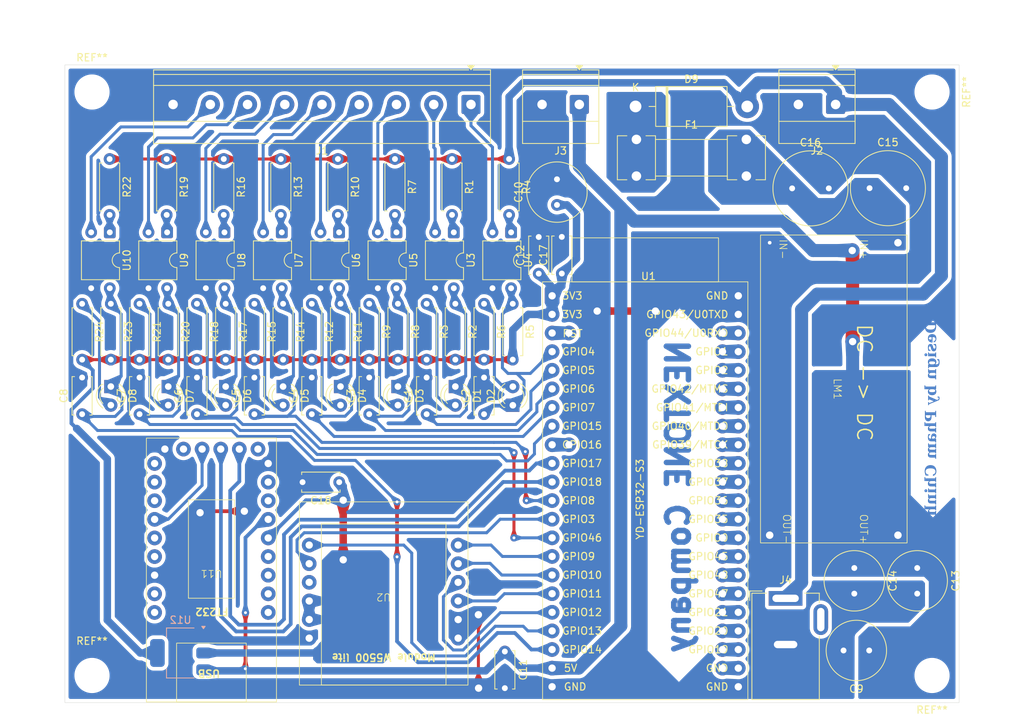
<source format=kicad_pcb>
(kicad_pcb (version 20241229) (generator "pcbnew") (generator_version "9.0")
  (layers (0 "F.Cu" signal) (2 "B.Cu" signal) (13 "F.Paste" user) (15 "B.Paste" user) (5 "F.SilkS" user "F.Silkscreen") (7 "B.SilkS" user "B.Silkscreen") (1 "F.Mask" user) (3 "B.Mask" user) (25 "Edge.Cuts" user))
  (net 0 "")
  (net 1 "unconnected-(U1-GPIO21{slash}RTC-Pad40)")
  (net 2 "unconnected-(U1-VSPI{slash}GPIO45-Pad37)")
  (net 3 "unconnected-(U1-GPIO43{slash}U0TXD{slash}CLK_OUT1-Pad24)")
  (net 4 "unconnected-(U1-GPIO16{slash}ADC2_CH5{slash}XTAL_32K_N{slash}RTC{slash}U0CTS-Pad9)")
  (net 5 "unconnected-(U1-GPIO39{slash}MTCK{slash}CLK_OUT3{slash}SUBSPICS1-Pad29)")
  (net 6 "unconnected-(U1-SPIIO7{slash}FSPICLK{slash}SUBSPICLK{slash}GPIO36-Pad34)")
  (net 7 "unconnected-(U1-U1RTS{slash}CLK_OUT2{slash}GPIO19{slash}USB_D-{slash}ADC2_CH8{slash}RTC-Pad42)")
  (net 8 "unconnected-(U1-SPIIO6{slash}FSPID{slash}SUBSPID{slash}GPIO35-Pad35)")
  (net 9 "unconnected-(U1-SPICLK_P{slash}SUBSPICLK_P_DIFF{slash}GPIO47-Pad39)")
  (net 10 "unconnected-(U1-GPIO40{slash}MTDO{slash}CLK_OUT2-Pad30)")
  (net 11 "unconnected-(U1-SPIDQS{slash}DSPIQ{slash}SUBSPIQ{slash}GPIO37-Pad33)")
  (net 12 "unconnected-(U1-BOOT{slash}GPIO0{slash}RTC-Pad36)")
  (net 13 "unconnected-(U1-GPIO44{slash}U0RXD{slash}CLK_OUT2-Pad25)")
  (net 14 "unconnected-(U1-GPIO42{slash}MTMS-Pad28)")
  (net 15 "unconnected-(U1-RST-Pad3)")
  (net 16 "unconnected-(U1-U1CTS{slash}CLK_OUT1{slash}GPIO20{slash}USB_D+{slash}ADC_2_CH9{slash}RTC-Pad41)")
  (net 17 "unconnected-(U1-FSPIWP{slash}SUBSPIWP{slash}GPIO38-Pad32)")
  (net 18 "unconnected-(U1-SPICLK_N{slash}SUBSPICLK_N_DIFF{slash}RGB_LED{slash}GPIO48-Pad38)")
  (net 19 "unconnected-(U1-GPIO0-Pad31)")
  (net 21 "OUT2")
  (net 22 "GND")
  (net 23 "OUT1")
  (net 24 "OUT3")
  (net 25 "OUT4")
  (net 26 "OUT5")
  (net 27 "OUT6")
  (net 28 "OUT7")
  (net 29 "OUT8")
  (net 30 "+5V")
  (net 31 "+3V3")
  (net 32 "Net-(LM1-IN+)")
  (net 33 "Net-(D1-A)")
  (net 34 "Net-(D2-A)")
  (net 35 "Net-(D3-A)")
  (net 36 "Net-(D4-A)")
  (net 37 "Net-(D5-A)")
  (net 38 "Net-(D6-A)")
  (net 39 "Net-(D7-A)")
  (net 40 "Net-(D8-A)")
  (net 41 "+12V")
  (net 42 "Net-(D9-K)")
  (net 43 "IN5")
  (net 44 "IN4")
  (net 45 "IN6")
  (net 46 "IN7")
  (net 47 "IN3")
  (net 48 "IN8")
  (net 49 "IN1")
  (net 50 "IN2")
  (net 51 "Net-(R1-Pad2)")
  (net 52 "Net-(R4-Pad2)")
  (net 53 "Net-(R7-Pad2)")
  (net 54 "Net-(R10-Pad2)")
  (net 55 "Net-(R13-Pad2)")
  (net 56 "Net-(R16-Pad2)")
  (net 57 "Net-(R19-Pad2)")
  (net 58 "Net-(R22-Pad2)")
  (net 59 "nRST")
  (net 60 "MISO")
  (net 61 "INT")
  (net 62 "SS")
  (net 63 "CLK")
  (net 64 "TX")
  (net 65 "RX")
  (net 66 "MOSI")
  (net 68 "Net-(U11-VCC-Pad13)")
  (net 83 "unconnected-(U1-GPIO2{slash}ADC1_CH1{slash}TOUCH2{slash}RTC-Pad27)")
  (net 84 "unconnected-(U1-GPIO1{slash}ADC1_CH0{slash}TOUCH1{slash}RTC-Pad26)")
  (footprint "Module_Powers:LM2596_Module" (layer "F.Cu") (at 176.25 96.25 -90)
    (property "Reference" "LM1")
    (property "Value" "V")
  )
  (footprint "Resistor_THT:R_Axial_DIN0207_L6.3mm_D2.5mm_P7.62mm_Horizontal" (layer "F.Cu") (at 77.45 64.88 -90)
    (property "Reference" "R22")
    (property "Value" "2K2")
  )
  (footprint "Resistor_THT:R_Axial_DIN0207_L6.3mm_D2.5mm_P7.62mm_Horizontal" (layer "F.Cu") (at 108.95 84.63 -90)
    (property "Reference" "R11")
    (property "Value" "10K")
  )
  (footprint "Resistor_THT:R_Axial_DIN0207_L6.3mm_D2.5mm_P7.62mm_Horizontal" (layer "F.Cu") (at 85.235714 64.88 -90)
    (property "Reference" "R19")
    (property "Value" "2K2")
  )
  (footprint "TerminalBlock_Phoenix:TerminalBlock_Phoenix_MKDS-1,5-9-5.08_1x09_P5.08mm_Horizontal" (layer "F.Cu") (at 126.75 57.44 180)
    (property "Reference" "J1")
    (property "Value" "Screw_Terminal_01x09")
  )
  (footprint "Capacitor_THT:C_Disc_D5.0mm_W2.5mm_P5.00mm" (layer "F.Cu") (at 105.033333 99.69 90)
    (property "Reference" "C4")
    (property "Value" "C104")
  )
  (footprint "MountingHole:MountingHole_4.3mm_M4_DIN965" (layer "F.Cu") (at 189.65 55.74 -90)
    (property "Reference" "REF**")
    (property "Value" "MountingHole_4.3mm_M4_DIN965")
  )
  (footprint "Capacitor_THT:C_Disc_D5.0mm_W2.5mm_P5.00mm" (layer "F.Cu") (at 81.533333 99.69 90)
    (property "Reference" "C7")
    (property "Value" "C104")
  )
  (footprint "Connector_BarrelJack:BarrelJack_GCT_DCJ200-10-A_Horizontal" (layer "F.Cu") (at 169.672 124.8156)
    (property "Reference" "J4")
    (property "Value" "Jack-DC")
  )
  (footprint "Resistor_THT:R_Axial_DIN0207_L6.3mm_D2.5mm_P7.62mm_Horizontal" (layer "F.Cu") (at 116.783333 84.63 -90)
    (property "Reference" "R8")
    (property "Value" "10K")
  )
  (footprint "Capacitor_THT:C_Disc_D5.0mm_W2.5mm_P5.00mm" (layer "F.Cu") (at 135.9916 80.518 90)
    (property "Reference" "C12")
    (property "Value" "C104")
  )
  (footprint "LED_THT:LED_D3.0mm" (layer "F.Cu") (at 101.116667 95.92 -90)
    (property "Reference" "D5")
    (property "Value" "LED")
  )
  (footprint "LED_THT:LED_D3.0mm" (layer "F.Cu") (at 132.461 98.4758 90)
    (property "Reference" "D2")
    (property "Value" "LED")
  )
  (footprint "Package_DIP:DIP-4_W7.62mm" (layer "F.Cu") (at 77.475 74.885 -90)
    (property "Reference" "U10")
    (property "Value" "PC817")
  )
  (footprint "Resistor_THT:R_Axial_DIN0207_L6.3mm_D2.5mm_P7.62mm_Horizontal" (layer "F.Cu") (at 93.021429 64.88 -90)
    (property "Reference" "R16")
    (property "Value" "2K2")
  )
  (footprint "Capacitor_THT:C_Disc_D5.0mm_W2.5mm_P5.00mm" (layer "F.Cu") (at 139.1412 80.5034 90)
    (property "Reference" "C17")
    (property "Value" "C104")
  )
  (footprint "Capacitor_THT:C_Radial_D8.0mm_H7.0mm_P3.50mm" (layer "F.Cu") (at 181.0766 131.9276 180)
    (property "Reference" "C9")
    (property "Value" "330uF")
  )
  (footprint "Resistor_THT:R_Axial_DIN0207_L6.3mm_D2.5mm_P7.62mm_Horizontal" (layer "F.Cu") (at 77.616667 84.63 -90)
    (property "Reference" "R23")
    (property "Value" "10K")
  )
  (footprint "MountingHole:MountingHole_4.3mm_M4_DIN965" (layer "F.Cu") (at 75.05 55.74)
    (property "Reference" "REF**")
    (property "Value" "MountingHole_4.3mm_M4_DIN965")
  )
  (footprint "Resistor_THT:R_Axial_DIN0207_L6.3mm_D2.5mm_P7.62mm_Horizontal" (layer "F.Cu") (at 89.366667 84.63 -90)
    (property "Reference" "R18")
    (property "Value" "1K")
  )
  (footprint "Resistor_THT:R_Axial_DIN0207_L6.3mm_D2.5mm_P7.62mm_Horizontal" (layer "F.Cu") (at 97.2 84.63 -90)
    (property "Reference" "R15")
    (property "Value" "1K")
  )
  (footprint "Package_DIP:DIP-4_W7.62mm" (layer "F.Cu") (at 93.117857 74.885 -90)
    (property "Reference" "U8")
    (property "Value" "PC817")
  )
  (footprint "Resistor_THT:R_Axial_DIN0207_L6.3mm_D2.5mm_P7.62mm_Horizontal" (layer "F.Cu") (at 85.45 84.63 -90)
    (property "Reference" "R20")
    (property "Value" "10K")
  )
  (footprint "Package_DIP:DIP-4_W7.62mm" (layer "F.Cu") (at 116.582143 74.885 -90)
    (property "Reference" "U5")
    (property "Value" "PC817")
  )
  (footprint "Capacitor_THT:C_Disc_D5.0mm_W2.5mm_P5.00mm" (layer "F.Cu") (at 112.866667 99.69 90)
    (property "Reference" "C3")
    (property "Value" "C104")
  )
  (footprint "LED_THT:LED_D3.0mm" (layer "F.Cu") (at 85.45 95.92 -90)
    (property "Reference" "D7")
    (property "Value" "LED")
  )
  (footprint "Resistor_THT:R_Axial_DIN0207_L6.3mm_D2.5mm_P7.62mm_Horizontal" (layer "F.Cu") (at 93.283333 84.63 -90)
    (property "Reference" "R17")
    (property "Value" "10K")
  )
  (footprint "Capacitor_THT:C_Disc_D5.0mm_W2.5mm_P5.00mm" (layer "F.Cu") (at 97.2 99.69 90)
    (property "Reference" "C5")
    (property "Value" "C104")
  )
  (footprint "Capacitor_THT:C_Radial_D8.0mm_H7.0mm_P3.50mm" (layer "F.Cu") (at 187.6298 120.6754 -90)
    (property "Reference" "C13")
    (property "Value" "330uF")
  )
  (footprint "Capacitor_THT:C_Disc_D5.0mm_W2.5mm_P5.00mm" (layer "F.Cu") (at 73.7 99.69 90)
    (property "Reference" "C8")
    (property "Value" "C104")
  )
  (footprint "Capacitor_THT:C_Radial_D10.0mm_H12.5mm_P5.00mm" (layer "F.Cu") (at 181.1274 68.8594)
    (property "Reference" "C15")
    (property "Value" "1000uF")
  )
  (footprint "Resistor_THT:R_Axial_DIN0207_L6.3mm_D2.5mm_P7.62mm_Horizontal" (layer "F.Cu") (at 124.164286 64.88 -90)
    (property "Reference" "R1")
    (property "Value" "2K2")
  )
  (footprint "Capacitor_THT:C_Radial_D8.0mm_H7.0mm_P3.50mm" (layer "F.Cu") (at 138.4808 71.1428 90)
    (property "Reference" "C10")
    (property "Value" "330uF")
  )
  (footprint "Capacitor_THT:C_Disc_D5.0mm_W2.5mm_P5.00mm" (layer "F.Cu") (at 131.3688 132.0692 -90)
    (property "Reference" "C11")
    (property "Value" "C104")
  )
  (footprint "Package_DIP:DIP-4_W7.62mm" (layer "F.Cu") (at 100.939286 74.885 -90)
    (property "Reference" "U7")
    (property "Value" "PC817")
  )
  (footprint "LED_THT:LED_D3.0mm" (layer "F.Cu") (at 124.616667 95.92 -90)
    (property "Reference" "D1")
    (property "Value" "LED")
  )
  (footprint "Capacitor_THT:C_Disc_D5.0mm_W2.5mm_P5.00mm" (layer "F.Cu") (at 108.7736 108.966 180)
    (property "Reference" "C18")
    (property "Value" "C104")
  )
  (footprint "MountingHole:MountingHole_4.3mm_M4_DIN965" (layer "F.Cu") (at 75.05 135.34)
    (property "Reference" "REF**")
    (property "Value" "MountingHole_4.3mm_M4_DIN965")
  )
  (footprint "TerminalBlock_Phoenix:TerminalBlock_Phoenix_MKDS-1,5-2-5.08_1x02_P5.08mm_Horizontal" (layer "F.Cu") (at 176.495 57.44 180)
    (property "Reference" "J2")
    (property "Value" "Screw_Terminal_01x02")
  )
  (footprint "Package_DIP:DIP-4_W7.62mm" (layer "F.Cu") (at 108.760714 74.885 -90)
    (property "Reference" "U6")
    (property "Value" "PC817")
  )
  (footprint "Resistor_THT:R_Axial_DIN0207_L6.3mm_D2.5mm_P7.62mm_Horizontal" (layer "F.Cu") (at 81.533333 84.63 -90)
    (property "Reference" "R21")
    (property "Value" "1K")
  )
  (footprint "Resistor_THT:R_Axial_DIN0207_L6.3mm_D2.5mm_P7.62mm_Horizontal" (layer "F.Cu") (at 100.807143 64.88 -90)
    (property "Reference" "R13")
    (property "Value" "2K2")
  )
  (footprint "Resistor_THT:R_Axial_DIN0207_L6.3mm_D2.5mm_P7.62mm_Horizontal" (layer "F.Cu") (at 73.7 84.63 -90)
    (property "Reference" "R24")
    (property "Value" "1K")
  )
  (footprint "Capacitor_THT:C_Disc_D5.0mm_W2.5mm_P5.00mm" (layer "F.Cu") (at 89.366667 99.69 90)
    (property "Reference" "C6")
    (property "Value" "C104")
  )
  (footprint "Resistor_THT:R_Axial_DIN0207_L6.3mm_D2.5mm_P7.62mm_Horizontal" (layer "F.Cu") (at 124.616667 84.63 -90)
    (property "Reference" "R2")
    (property "Value" "10K")
  )
  (footprint "Capacitor_THT:C_Disc_D5.0mm_W2.5mm_P5.00mm" (layer "F.Cu") (at 120.7 99.69 90)
    (property "Reference" "C1")
    (property "Value" "C104")
  )
  (footprint "Fuse:Fuseholder_Clip-5x20mm_Schurter_OG_Lateral_P15.00x5.00mm_D1.3mm_Horizontal" (layer "F.Cu") (at 149.3196 62.2088)
    (property "Reference" "F1")
    (property "Value" "Fuse")
  )
  (footprint "Package_DIP:DIP-4_W7.62mm" (layer "F.Cu") (at 132.225 74.885 -90)
    (property "Reference" "U4")
    (property "Value" "PC817")
  )
  (footprint "Resistor_THT:R_Axial_DIN0207_L6.3mm_D2.5mm_P7.62mm_Horizontal" (layer "F.Cu") (at 101.116667 84.63 -90)
    (property "Reference" "R14")
    (property "Value" "10K")
  )
  (footprint "LED_THT:LED_D3.0mm" (layer "F.Cu") (at 108.95 95.92 -90)
    (property "Reference" "D4")
    (property "Value" "LED")
  )
  (footprint "Diode_THT:D_DO-201AD_P15.24mm_Horizontal" (layer "F.Cu") (at 149.1996 57.7088)
    (property "Reference" "D9")
    (property "Value" "1N5408")
  )
  (footprint "Resistor_THT:R_Axial_DIN0207_L6.3mm_D2.5mm_P7.62mm_Horizontal" (layer "F.Cu") (at 105.033333 84.63 -90)
    (property "Reference" "R12")
    (property "Value" "1K")
  )
  (footprint "Capacitor_THT:C_Radial_D10.0mm_H12.5mm_P5.00mm" (layer "F.Cu") (at 170.5648 68.8848)
    (property "Reference" "C16")
    (property "Value" "1000uF")
  )
  (footprint "Module_MCU:YD-ESP32-S3" (layer "F.Cu") (at 136.5204 81.6306)
    (property "Reference" "U1")
    (property "Value" "YD-ESP32-S3")
  )
  (footprint "Resistor_THT:R_Axial_DIN0207_L6.3mm_D2.5mm_P7.62mm_Horizontal" (layer "F.Cu") (at 128.533333 84.63 -90)
    (property "Reference" "R6")
    (property "Value" "1K")
  )
  (footprint "Resistor_THT:R_Axial_DIN0207_L6.3mm_D2.5mm_P7.62mm_Horizontal" (layer "F.Cu") (at 132.45 84.63 -90)
    (property "Reference" "R5")
    (property "Value" "10K")
  )
  (footprint "LED_THT:LED_D3.0mm" (layer "F.Cu") (at 93.283333 95.92 -90)
    (property "Reference" "D6")
    (property "Value" "LED")
  )
  (footprint "Resistor_THT:R_Axial_DIN0207_L6.3mm_D2.5mm_P7.62mm_Horizontal" (layer "F.Cu") (at 108.592857 64.88 -90)
    (property "Reference" "R10")
    (property "Value" "2K2")
  )
  (footprint "Package_DIP:DIP-4_W7.62mm" (layer "F.Cu") (at 124.403571 74.885 -90)
    (property "Reference" "U3")
    (property "Value" "PC817")
  )
  (footprint "LED_THT:LED_D3.0mm" (layer "F.Cu") (at 116.783333 95.92 -90)
    (property "Reference" "D3")
    (property "Value" "LED")
  )
  (footprint "Resistor_THT:R_Axial_DIN0207_L6.3mm_D2.5mm_P7.62mm_Horizontal" (layer "F.Cu") (at 116.378571 64.88 -90)
    (property "Reference" "R7")
    (property "Value" "2K2")
  )
  (footprint "Resistor_THT:R_Axial_DIN0207_L6.3mm_D2.5mm_P7.62mm_Horizontal" (layer "F.Cu") (at 112.866667 84.63 -90)
    (property "Reference" "R9")
    (property "Value" "1K")
  )
  (footprint "Package_DIP:DIP-4_W7.62mm" (layer "F.Cu") (at 85.296429 74.885 -90)
    (property "Reference" "U9")
    (property "Value" "PC817")
  )
  (footprint "Capacitor_THT:C_Radial_D8.0mm_H7.0mm_P3.50mm" (layer "F.Cu") (at 179.0446 120.6754 -90)
    (property "Reference" "C14")
    (property "Value" "330uF")
  )
  (footprint "Resistor_THT:R_Axial_DIN0207_L6.3mm_D2.5mm_P7.62mm_Horizontal" (layer "F.Cu") (at 120.7 84.63 -90)
    (property "Reference" "R3")
    (property "Value" "1K")
  )
  (footprint "Module_Devices:W5500_Lite_module" (layer "F.Cu") (at 114.84 124.15 180)
    (property "Reference" "U2")
    (property "Value" "W5500_Lite")
  )
  (footprint "Resistor_THT:R_Axial_DIN0207_L6.3mm_D2.5mm_P7.62mm_Horizontal" (layer "F.Cu") (at 131.95 64.88 -90)
    (property "Reference" "R4")
    (property "Value" "2K2")
  )
  (footprint "LED_THT:LED_D3.0mm" (layer "F.Cu") (at 77.616667 95.92 -90)
    (property "Reference" "D8")
    (property "Value" "LED")
  )
  (footprint "TerminalBlock_Phoenix:TerminalBlock_Phoenix_MKDS-1,5-2-5.08_1x02_P5.08mm_Horizontal" (layer "F.Cu") (at 141.53 57.44 180)
    (property "Reference" "J3")
    (property "Value" "Screw_Terminal_01x02")
  )
  (footprint "Capacitor_THT:C_Disc_D5.0mm_W2.5mm_P5.00mm" (layer "F.Cu") (at 128.533333 99.69 90)
    (property "Reference" "C2")
    (property "Value" "C104")
  )
  (footprint "Module_Devices:FT232_Module" (layer "F.Cu") (at 91.3384 120.9548 180)
    (property "Reference" "U11")
    (property "Value" "FT232_MODULE")
  )
  (footprint "MountingHole:MountingHole_4.3mm_M4_DIN965" (layer "F.Cu") (at 189.65 135.34 180)
    (property "Reference" "REF**")
    (property "Value" "MountingHole_4.3mm_M4_DIN965")
  )
  (footprint "Package_TO_SOT_SMD:SOT-223-3_TabPin2" (layer "B.Cu") (at 87.122 132.2699 180)
    (property "Reference" "U12")
    (property "Value" "AMS1117-3.3")
  )
  (gr_rect (start 71.3486 52.0446) (end 193.3448 139.0396) (stroke (width 0.05)) (fill no) (layer "Edge.Cuts"))
  (gr_text "Design by Pham Chinh" (at 189.5856 100.2284 90) (layer "B.Cu") (effects (font (size 1.5 1.5) (thickness 0.3) (bold yes) (italic yes)) (justify mirror)))
  (gr_text "NEXTONE Company" (at 156.8196 110.9218 90) (layer "B.Cu") (effects (font (size 3 3) (thickness 0.75) (bold yes)) (justify bottom mirror)))
  (via (at 161.0614 93.7006) (size 2) (drill 1) (layers "F.Cu" "B.Cu") (net 1))
  (segment (start 163.2204 93.7006) (end 161.0614 93.7006) (width 1.778) (layer "B.Cu") (net 1))
  (via (at 161.0614 101.3206) (size 2) (drill 1) (layers "F.Cu" "B.Cu") (net 2))
  (segment (start 163.2204 101.3206) (end 161.0614 101.3206) (width 1.778) (layer "B.Cu") (net 2))
  (via (at 161.0614 134.3406) (size 2) (drill 1) (layers "F.Cu" "B.Cu") (net 3))
  (segment (start 163.2204 134.3406) (end 161.0614 134.3406) (width 1.778) (layer "B.Cu") (net 3))
  (via (at 140.1064 103.8606) (size 2) (drill 1) (layers "F.Cu" "B.Cu") (net 4))
  (segment (start 137.8204 103.8606) (end 140.1064 103.8606) (width 1.778) (layer "B.Cu") (net 4))
  (via (at 161.0614 121.6406) (size 2) (drill 1) (layers "F.Cu" "B.Cu") (net 5))
  (segment (start 163.2204 121.6406) (end 161.0614 121.6406) (width 1.778) (layer "B.Cu") (net 5))
  (via (at 161.0614 108.9406) (size 2) (drill 1) (layers "F.Cu" "B.Cu") (net 6))
  (segment (start 163.2204 108.9406) (end 161.0614 108.9406) (width 1.778) (layer "B.Cu") (net 6))
  (via (at 161.0614 88.6206) (size 2) (drill 1) (layers "F.Cu" "B.Cu") (net 7))
  (segment (start 163.2204 88.6206) (end 161.0614 88.6206) (width 1.778) (layer "B.Cu") (net 7))
  (via (at 161.0614 106.4006) (size 2) (drill 1) (layers "F.Cu" "B.Cu") (net 8))
  (segment (start 163.2204 106.4006) (end 161.0614 106.4006) (width 1.778) (layer "B.Cu") (net 8))
  (via (at 161.0614 96.2406) (size 2) (drill 1) (layers "F.Cu" "B.Cu") (net 9))
  (segment (start 163.2204 96.2406) (end 161.0614 96.2406) (width 1.778) (layer "B.Cu") (net 9))
  (via (at 161.0614 119.1006) (size 2) (drill 1) (layers "F.Cu" "B.Cu") (net 10))
  (segment (start 163.2204 119.1006) (end 161.0614 119.1006) (width 1.778) (layer "B.Cu") (net 10))
  (via (at 161.0614 111.4806) (size 2) (drill 1) (layers "F.Cu" "B.Cu") (net 11))
  (segment (start 163.2204 111.4806) (end 161.0614 111.4806) (width 1.778) (layer "B.Cu") (net 11))
  (via (at 161.0614 103.8606) (size 2) (drill 1) (layers "F.Cu" "B.Cu") (net 12))
  (segment (start 163.2204 103.8606) (end 161.0614 103.8606) (width 1.778) (layer "B.Cu") (net 12))
  (via (at 161.0614 131.8006) (size 2) (drill 1) (layers "F.Cu" "B.Cu") (net 13))
  (segment (start 163.2204 131.8006) (end 161.0614 131.8006) (width 1.778) (layer "B.Cu") (net 13))
  (via (at 161.0614 124.1806) (size 2) (drill 1) (layers "F.Cu" "B.Cu") (net 14))
  (segment (start 163.2204 124.1806) (end 161.0614 124.1806) (width 1.778) (layer "B.Cu") (net 14))
  (via (at 140.1064 88.6206) (size 2) (drill 1) (layers "F.Cu" "B.Cu") (net 15))
  (segment (start 137.8204 88.6206) (end 140.1064 88.6206) (width 1.778) (layer "B.Cu") (net 15))
  (via (at 161.0614 91.1606) (size 2) (drill 1) (layers "F.Cu" "B.Cu") (net 16))
  (segment (start 163.2204 91.1606) (end 161.0614 91.1606) (width 1.778) (layer "B.Cu") (net 16))
  (via (at 161.0614 114.0206) (size 2) (drill 1) (layers "F.Cu" "B.Cu") (net 17))
  (segment (start 163.2204 114.0206) (end 161.0614 114.0206) (width 1.778) (layer "B.Cu") (net 17))
  (via (at 161.0614 98.7806) (size 2) (drill 1) (layers "F.Cu" "B.Cu") (net 18))
  (segment (start 163.2204 98.7806) (end 161.0614 98.7806) (width 1.778) (layer "B.Cu") (net 18))
  (via (at 161.0614 116.5606) (size 2) (drill 1) (layers "F.Cu" "B.Cu") (net 19))
  (segment (start 163.2204 116.5606) (end 161.0614 116.5606) (width 1.778) (layer "B.Cu") (net 19))
  (segment (start 132.8574 101.1006) (end 122.1106 101.1006) (width 0.4064) (layer "B.Cu") (net 21))
  (segment (start 126.027267 94.5094) (end 126.027267 86.0406) (width 0.4064) (layer "B.Cu") (net 21))
  (segment (start 122.1106 101.1006) (end 120.7 99.69) (width 0.4064) (layer "B.Cu") (net 21))
  (segment (start 137.8204 93.7006) (end 134.9248 96.5962) (width 0.4064) (layer "B.Cu") (net 21))
  (segment (start 126.127267 99.085712) (end 125.242379 99.9706) (width 0.4064) (layer "B.Cu") (net 21))
  (segment (start 126.027267 86.0406) (end 124.616667 84.63) (width 0.4064) (layer "B.Cu") (net 21))
  (segment (start 124.403571 82.505) (end 124.403571 84.416904) (width 0.4064) (layer "B.Cu") (net 21))
  (segment (start 124.616667 95.92) (end 126.027267 94.5094) (width 0.4064) (layer "B.Cu") (net 21))
  (segment (start 126.127267 97.4306) (end 126.127267 99.085712) (width 0.4064) (layer "B.Cu") (net 21))
  (segment (start 124.403571 84.416904) (end 124.616667 84.63) (width 0.4064) (layer "B.Cu") (net 21))
  (segment (start 134.9248 96.5962) (end 134.9248 99.0332) (width 0.4064) (layer "B.Cu") (net 21))
  (segment (start 134.9248 99.0332) (end 132.8574 101.1006) (width 0.4064) (layer "B.Cu") (net 21))
  (segment (start 120.9806 99.9706) (end 120.7 99.69) (width 0.4064) (layer "B.Cu") (net 21))
  (segment (start 124.616667 95.92) (end 126.127267 97.4306) (width 0.4064) (layer "B.Cu") (net 21))
  (segment (start 125.242379 99.9706) (end 120.9806 99.9706) (width 0.4064) (layer "B.Cu") (net 21))
  (segment (start 89.9922 112.9284) (end 89.789 113.1316) (width 0.508) (layer "F.Cu") (net 22))
  (segment (start 143.9672 85.6234) (end 151.9174 85.6234) (width 1.016) (layer "F.Cu") (net 22))
  (segment (start 127.762 127.0508) (end 127.762 137.0438) (width 0.4064) (layer "F.Cu") (net 22))
  (segment (start 95.8342 112.9284) (end 89.9922 112.9284) (width 0.508) (layer "F.Cu") (net 22))
  (segment (start 127.762 137.0438) (end 127.7874 137.0692) (width 0.4064) (layer "F.Cu") (net 22))
  (via (at 89.789 113.1316) (size 2) (drill 1) (layers "F.Cu" "B.Cu") (net 22))
  (via (at 95.8342 112.9284) (size 2) (drill 1) (layers "F.Cu" "B.Cu") (net 22))
  (via (at 127.762 127.0508) (size 2) (drill 1) (layers "F.Cu" "B.Cu") (net 22))
  (via (at 143.9672 85.6234) (size 2) (drill 1) (layers "F.Cu" "B.Cu") (net 22))
  (via (at 151.9174 85.6234) (size 2) (drill 1) (layers "F.Cu" "B.Cu") (net 22))
  (via (at 127.7874 137.0692) (size 2) (drill 1) (layers "F.Cu" "B.Cu") (net 22))
  (segment (start 187.325 70.057) (end 187.325 77.8378) (width 1.016) (layer "B.Cu") (net 22))
  (segment (start 136.0062 75.5034) (end 135.9916 75.518) (width 1.016) (layer "B.Cu") (net 22))
  (segment (start 179.333 124.2098) (end 179.2986 124.1754) (width 1.016) (layer "B.Cu") (net 22))
  (segment (start 119.2894 93.2794) (end 119.2894 84.04571) (width 0.4064) (layer "B.Cu") (net 22))
  (segment (start 97.2 94.69) (end 95.7894 93.2794) (width 0.4064) (layer "B.Cu") (net 22))
  (segment (start 120.7 94.69) (end 119.2894 93.2794) (width 0.4064) (layer "B.Cu") (net 22))
  (segment (start 169.672 135.1788) (end 169.672 131.1156) (width 1.016) (layer "B.Cu") (net 22))
  (segment (start 128.663443 82.505) (end 129.685 82.505) (width 0.4064) (layer "B.Cu") (net 22))
  (segment (start 98.399286 82.505) (end 98.399286 80.890314) (width 1.016) (layer "B.Cu") (net 22))
  (segment (start 103.7736 108.966) (end 101.6364 108.966) (width 0.508) (layer "B.Cu") (net 22))
  (segment (start 96.8756 108.0244) (end 98.482 106.418) (width 0.508) (layer "B.Cu") (net 22))
  (segment (start 127.122733 84.04571) (end 128.663443 82.505) (width 0.4064) (layer "B.Cu") (net 22))
  (segment (start 184.9242 80.2386) (end 169.1894 80.2386) (width 1.016) (layer "B.Cu") (net 22))
  (segment (start 121.863571 80.903171) (end 121.75 80.7896) (width 1.016) (layer "B.Cu") (net 22))
  (segment (start 133.5748 136.1948) (end 134.2606 136.8806) (width 0.4064) (layer "B.Cu") (net 22))
  (segment (start 129.685 82.505) (end 131.4004 80.7896) (width 1.016) (layer "B.Cu") (net 22))
  (segment (start 98.5 80.7896) (end 106.25 80.7896) (width 1.016) (layer "B.Cu") (net 22))
  (segment (start 80.122733 93.2794) (end 80.122733 84.04571) (width 0.4064) (layer "B.Cu") (net 22))
  (segment (start 87.956067 93.2794) (end 87.956067 84.04571) (width 0.4064) (layer "B.Cu") (net 22))
  (segment (start 83.5884 121.658) (end 83.6004 121.67) (width 0.4064) (layer "B.Cu") (net 22))
  (segment (start 89.496777 82.505) (end 90.577857 82.505) (width 0.4064) (layer "B.Cu") (net 22))
  (segment (start 96.8756 110.0328) (end 96.8756 108.0244) (width 0.508) (layer "B.Cu") (net 22))
  (segment (start 166.8788 131.1156) (end 169.672 131.1156) (width 1.016) (layer "B.Cu") (net 22))
  (segment (start 169.1894 80.2386) (end 167.5 78.5492) (width 1.016) (layer "B.Cu") (net 22))
  (segment (start 90.272 124.2572) (end 90.272 129.9699) (width 0.4064) (layer "B.Cu") (net 22))
  (segment (start 90.577857 80.867457) (end 90.5 80.7896) (width 1.016) (layer "B.Cu") (net 22))
  (segment (start 177.5766 131.9276) (end 176.2998 131.9276) (width 1.016) (layer "B.Cu") (net 22))
  (segment (start 127.122733 93.2794) (end 127.122733 84.04571) (width 0.4064) (layer "B.Cu") (net 22))
  (segment (start 133.294058 80.7896) (end 135.281058 78.8026) (width 1.016) (layer "B.Cu") (net 22))
  (segment (start 127.762 127.508) (end 127.762 127.0508) (width 0.4064) (layer "B.Cu") (net 22))
  (segment (start 151.9174 85.598) (end 153.9748 83.5406) (width 1.016) (layer "B.Cu") (net 22))
  (segment (start 121.75 80.7896) (end 127.9696 80.7896) (width 1.016) (layer "B.Cu") (net 22))
  (segment (start 89.789 113.1316) (end 89.789 119.1006) (width 0.508) (layer "B.Cu") (net 22))
  (segment (start 167.9702 136.8806) (end 169.672 135.1788) (width 1.016) (layer "B.Cu") (net 22))
  (segment (start 135.9916 75.518) (end 135.9916 68.2764) (width 1.016) (layer "B.Cu") (net 22))
  (segment (start 111.456067 93.2794) (end 111.456067 84.04571) (width 0.4064) (layer "B.Cu") (net 22))
  (segment (start 125 130.25) (end 125 127.71) (width 0.4064) (layer "B.Cu") (net 22))
  (segment (start 106.25 80.7896) (end 114 80.7896) (width 1.016) (layer "B.Cu") (net 22))
  (segment (start 76.6504 80.7896) (end 82.75 80.7896) (width 1.016) (layer "B.Cu") (net 22))
  (segment (start 128.533333 94.69) (end 127.122733 93.2794) (width 0.4064) (layer "B.Cu") (net 22))
  (segment (start 166.0144 117.6856) (end 166.0144 130.2512) (width 1.016) (layer "B.Cu") (net 22))
  (segment (start 95.7894 93.2794) (end 95.7894 83.983516) (width 0.4064) (layer "B.Cu") (net 22))
  (segment (start 114.042143 82.505) (end 114.042143 80.831743) (width 1.016) (layer "B.Cu") (net 22))
  (segment (start 83.6004 121.67) (end 87.6848 121.67) (width 0.4064) (layer "B.Cu") (net 22))
  (segment (start 136.6252 67.6428) (end 136.45 67.818) (width 1.016) (layer "B.Cu") (net 22))
  (segment (start 87.956067 84.04571) (end 89.496777 82.505) (width 0.4064) (layer "B.Cu") (net 22))
  (segment (start 186.6112 125.194) (end 187.6298 124.1754) (width 1.016) (layer "B.Cu") (net 22))
  (segment (start 167.5 78.5492) (end 167.5 76.3) (width 1.016) (layer "B.Cu") (net 22))
  (segment (start 95.7894 83.983516) (end 97.267916 82.505) (width 0.4064) (layer "B.Cu") (net 22))
  (segment (start 163.2204 136.8806) (end 167.9702 136.8806) (width 1.016) (layer "B.Cu") (net 22))
  (segment (start 82.756429 82.505) (end 82.756429 80.796029) (width 1.016) (layer "B.Cu") (net 22))
  (segment (start 112.996777 82.505) (end 114.042143 82.505) (width 0.4064) (layer "B.Cu") (net 22))
  (segment (start 82.75 80.7896) (end 90.5 80.7896) (width 1.016) (layer "B.Cu") (net 22))
  (segment (start 131.4004 80.7896) (end 133.294058 80.7896) (width 1.016) (layer "B.Cu") (net 22))
  (segment (start 153.9748 83.5406) (end 163.2204 83.5406) (width 1.016) (layer "B.Cu") (net 22))
  (segment (start 137.814 136.8806) (end 137.81672 136.87788) (width 0.4064) (layer "B.Cu") (net 22))
  (segment (start 119.2894 84.04571) (end 120.83011 82.505) (width 0.4064) (layer "B.Cu") (net 22))
  (segment (start 137.94468 136.87788) (end 137.9474 136.8806) (width 0.4064) (layer "B.Cu") (net 22))
  (segment (start 72.2894 84.04571) (end 73.83011 82.505) (width 0.4064) (layer "B.Cu") (net 22))
  (segment (start 125.02 130.25) (end 127.762 127.508) (width 0.4064) (layer "B.Cu") (net 22))
  (segment (start 112.866667 94.69) (end 111.456067 93.2794) (width 0.4064) (layer "B.Cu") (net 22))
  (segment (start 175.5648 64.7446) (end 175.5648 68.8848) (width 1.016) (layer "B.Cu") (net 22))
  (segment (start 89.789 119.1006) (end 87.2196 121.67) (width 0.508) (layer "B.Cu") (net 22))
  (segment (start 84.9884 104.4548) (end 83.273867 104.4548) (width 0.4064) (layer "B.Cu") (net 22))
  (segment (start 151.9174 85.6234) (end 151.9174 85.598) (width 1.016) (layer "B.Cu") (net 22))
  (segment (start 137.9474 136.8806) (end 163.2204 136.8806) (width 0.4064) (layer "B.Cu") (net 22))
  (segment (start 81.9778 120.0474) (end 83.5884 121.658) (width 0.4064) (layer "B.Cu") (net 22))
  (segment (start 179.0446 124.1754) (end 179.2986 124.1754) (width 1.016) (layer "B.Cu") (net 22))
  (segment (start 175.4878 131.1156) (end 179.333 127.2704) (width 1.016) (layer "B.Cu") (net 22))
  (segment (start 95.8342 112.9284) (end 95.8342 111.0742) (width 0.508) (layer "B.Cu") (net 22))
  (segment (start 103.622733 93.2794) (end 103.622733 83.971611) (width 0.4064) (layer "B.Cu") (net 22))
  (segment (start 138.4808 67.6428) (end 136.6252 67.6428) (width 1.016) (layer "B.Cu") (net 22))
  (segment (start 83.273867 104.4548) (end 81.9778 105.750867) (width 0.4064) (layer "B.Cu") (net 22))
  (segment (start 81.9778 105.750867) (end 81.9778 120.0474) (width 0.4064) (layer "B.Cu") (net 22))
  (segment (start 106.220714 82.505) (end 106.220714 80.818886) (width 1.016) (layer "B.Cu") (net 22))
  (segment (start 98.399286 80.890314) (end 98.5 80.7896) (width 1.016) (layer "B.Cu") (net 22))
  (segment (start 136.45 57.44) (end 136.45 67.818) (width 1.016) (layer "B.Cu") (net 22))
  (segment (start 87.2236 136.4234) (end 87.8694 137.0692) (width 1.016) (layer "B.Cu") (net 22))
  (segment (start 81.663443 82.505) (end 82.756429 82.505) (width 0.4064) (layer "B.Cu") (net 22))
  (segment (start 180.3172 125.194) (end 186.6112 125.194) (width 1.016) (layer "B.Cu") (net 22))
  (segment (start 105.033333 94.69) (end 103.622733 93.2794) (width 0.4064) (layer "B.Cu") (net 22))
  (segment (start 82.756429 80.796029) (end 82.75 80.7896) (width 1.016) (layer "B.Cu") (net 22))
  (segment (start 89.366667 94.69) (end 87.956067 93.2794) (width 0.4064) (layer "B.Cu") (net 22))
  (segment (start 175.4632 64.643) (end 181.911 64.643) (width 1.016) (layer "B.Cu") (net 22))
  (segment (start 137.6254 137.0692) (end 137.81672 136.87788) (width 1.016) (layer "B.Cu") (net 22))
  (segment (start 87.9621 129.9699) (end 87.2236 130.7084) (width 1.016) (layer "B.Cu") (net 22))
  (segment (start 176.2998 131.9276) (end 175.4878 131.1156) (width 1.016) (layer "B.Cu") (net 22))
  (segment (start 135.9916 68.2764) (end 136.45 67.818) (width 1.016) (layer "B.Cu") (net 22))
  (segment (start 87.2236 130.7084) (end 87.2236 136.4234) (width 1.016) (layer "B.Cu") (net 22))
  (segment (start 87.2196 121.67) (end 83.6004 121.67) (width 0.508) (layer "B.Cu") (net 22))
  (segment (start 163.2204 83.5406) (end 163.2204 86.0806) (width 1.016) (layer "B.Cu") (net 22))
  (segment (start 143.9672 85.6234) (end 143.9672 72.4154) (width 1.016) (layer "B.Cu") (net 22))
  (segment (start 74.935 82.505) (end 76.6504 80.7896) (width 1.016) (layer "B.Cu") (net 22))
  (segment (start 167.5 79.261) (end 163.2204 83.5406) (width 1.016) (layer "B.Cu") (net 22))
  (segment (start 81.533333 94.69) (end 80.122733 93.2794) (width 0.4064) (layer "B.Cu") (net 22))
  (segment (start 167.5 76.3) (end 167.5 79.261) (width 1.016) (layer "B.Cu") (net 22))
  (segment (start 179.333 127.2704) (end 179.333 124.2098) (width 1.016) (layer "B.Cu") (net 22))
  (segment (start 134.2606 136.8806) (end 137.814 136.8806) (width 0.4064) (layer "B.Cu") (net 22))
  (segment (start 139.1946 67.6428) (end 138.4808 67.6428) (width 1.016) (layer "B.Cu") (net 22))
  (segment (start 137.81672 136.87788) (end 137.94468 136.87788) (width 0.4064) (layer "B.Cu") (net 22))
  (segment (start 171.415 60.5948) (end 175.4632 64.643) (width 1.016) (layer "B.Cu") (net 22))
  (segment (start 187.325 77.8378) (end 184.9242 80.2386) (width 1.016) (layer "B.Cu") (net 22))
  (segment (start 104.68 130.25) (end 90.5521 130.25) (width 0.508) (layer "B.Cu") (net 22))
  (segment (start 135.294 78.8026) (end 135.9916 78.105) (width 1.016) (layer "B.Cu") (net 22))
  (segment (start 114 80.7896) (end 121.75 80.7896) (width 1.016) (layer "B.Cu") (net 22))
  (segment (start 171.415 57.44) (end 171.415 60.5948) (width 1.016) (layer "B.Cu") (net 22))
  (segment (start 169.672 131.1156) (end 175.4878 131.1156) (width 1.016) (layer "B.Cu") (net 22))
  (segment (start 73.83011 82.505) (end 74.935 82.505) (width 0.4064) (layer "B.Cu") (net 22))
  (segment (start 181.911 64.643) (end 187.325 70.057) (width 1.016) (layer "B.Cu") (net 22))
  (segment (start 135.9916 78.105) (end 135.9916 75.518) (width 1.016) (layer "B.Cu") (net 22))
  (segment (start 105.089344 82.505) (end 106.220714 82.505) (width 0.4064) (layer "B.Cu") (net 22))
  (segment (start 101.6364 108.966) (end 99.0884 106.418) (width 0.508) (layer "B.Cu") (net 22))
  (segment (start 167.5 116.2) (end 166.0144 117.6856) (width 1.016) (layer "B.Cu") (net 22))
  (segment (start 139.1412 75.5034) (end 136.0062 75.5034) (width 1.016) (layer "B.Cu") (net 22))
  (segment (start 87.6848 121.67) (end 90.272 124.2572) (width 0.4064) (layer "B.Cu") (net 22))
  (segment (start 98.482 106.418) (end 99.0884 106.418) (width 0.508) (layer "B.Cu") (net 22))
  (segment (start 80.122733 84.04571) (end 81.663443 82.505) (width 0.4064) (layer "B.Cu") (net 22))
  (segment (start 87.8694 137.0692) (end 127.7874 137.0692) (width 1.016) (layer "B.Cu") (net 22))
  (segment (start 143.9672 72.4154) (end 139.1946 67.6428) (width 1.016) (layer "B.Cu") (net 22))
  (segment (start 90.5521 130.25) (end 90.272 129.9699) (width 0.508) (layer "B.Cu") (net 22))
  (segment (start 121.863571 82.505) (end 121.863571 80.903171) (width 1.016) (layer "B.Cu") (net 22))
  (segment (start 171.415 60.5948) (end 175.5648 64.7446) (width 1.016) (layer "B.Cu") (net 22))
  (segment (start 90.5 80.7896) (end 98.5 80.7896) (width 1.016) (layer "B.Cu") (net 22))
  (segment (start 114.042143 80.831743) (end 114 80.7896) (width 1.016) (layer "B.Cu") (net 22))
  (segment (start 97.267916 82.505) (end 98.399286 82.505) (width 0.4064) (layer "B.Cu") (net 22))
  (segment (start 135.281058 78.8026) (end 135.294 78.8026) (width 1.016) (layer "B.Cu") (net 22))
  (segment (start 103.622733 83.971611) (end 105.089344 82.505) (width 0.4064) (layer "B.Cu") (net 22))
  (segment (start 111.456067 84.04571) (end 112.996777 82.505) (width 0.4064) (layer "B.Cu") (net 22))
  (segment (start 72.2894 93.2794) (end 72.2894 84.04571) (width 0.4064) (layer "B.Cu") (net 22))
  (segment (start 166.0144 130.2512) (end 166.8788 131.1156) (width 1.016) (layer "B.Cu") (net 22))
  (segment (start 90.272 129.9699) (end 87.9621 129.9699) (width 1.016) (layer "B.Cu") (net 22))
  (segment (start 179.2986 124.1754) (end 180.3172 125.194) (width 1.016) (layer "B.Cu") (net 22))
  (segment (start 95.8342 111.0742) (end 96.8756 110.0328) (width 0.508) (layer "B.Cu") (net 22))
  (segment (start 125 130.25) (end 125.02 130.25) (width 0.4064) (layer "B.Cu") (net 22))
  (segment (start 127.9696 80.7896) (end 129.685 82.505) (width 1.016) (layer "B.Cu") (net 22))
  (segment (start 90.577857 82.505) (end 90.577857 80.867457) (width 1.016) (layer "B.Cu") (net 22))
  (segment (start 106.220714 80.818886) (end 106.25 80.7896) (width 1.016) (layer "B.Cu") (net 22))
  (segment (start 131.3688 137.0692) (end 137.6254 137.0692) (width 1.016) (layer "B.Cu") (net 22))
  (segment (start 127.7874 137.0692) (end 131.3688 137.0692) (width 1.016) (layer "B.Cu") (net 22))
  (segment (start 73.7 94.69) (end 72.2894 93.2794) (width 0.4064) (layer "B.Cu") (net 22))
  (segment (start 120.83011 82.505) (end 121.863571 82.505) (width 0.4064) (layer "B.Cu") (net 22))
  (segment (start 133.985 95.111) (end 133.985 97.028) (width 0.4064) (layer "B.Cu") (net 23))
  (segment (start 133.985 97.028) (end 132.5372 98.4758) (width 0.4064) (layer "B.Cu") (net 23))
  (segment (start 131.0386 91.5924) (end 131.075655 91.629455) (width 0.4064) (layer "B.Cu") (net 23))
  (segment (start 132.5372 98.4758) (end 132.461 98.4758) (width 0.4064) (layer "B.Cu") (net 23))
  (segment (start 132.461 98.4758) (end 132.4102 98.5266) (width 0.508) (layer "B.Cu") (net 23))
  (segment (start 133.0064 94.1324) (end 133.985 95.111) (width 0.4064) (layer "B.Cu") (net 23))
  (segment (start 129.696733 98.5266) (end 128.533333 99.69) (width 0.508) (layer "B.Cu") (net 23))
  (segment (start 131.0394 91.66571) (end 131.0394 93.3712) (width 0.4064) (layer "B.Cu") (net 23))
  (segment (start 132.225 84.405) (end 132.45 84.63) (width 0.4064) (layer "B.Cu") (net 23))
  (segment (start 131.8006 94.1324) (end 133.0064 94.1324) (width 0.4064) (layer "B.Cu") (net 23))
  (segment (start 131.075655 91.629455) (end 131.0394 91.66571) (width 0.4064) (layer "B.Cu") (net 23))
  (segment (start 131.0394 93.3712) (end 131.8006 94.1324) (width 0.4064) (layer "B.Cu") (net 23))
  (segment (start 131.0386 86.0414) (end 131.0386 91.5924) (width 0.4064) (layer "B.Cu") (net 23))
  (segment (start 134.8486 94.1324) (end 133.0064 94.1324) (width 0.4064) (layer "B.Cu") (net 23))
  (segment (start 137.8204 91.1606) (end 134.8486 94.1324) (width 0.4064) (layer "B.Cu") (net 23))
  (segment (start 132.225 82.505) (end 132.225 84.405) (width 0.4064) (layer "B.Cu") (net 23))
  (segment (start 132.4102 98.5266) (end 129.696733 98.5266) (width 0.508) (layer "B.Cu") (net 23))
  (segment (start 132.45 84.63) (end 131.0386 86.0414) (width 0.4064) (layer "B.Cu") (net 23))
  (segment (start 118.293933 97.4306) (end 118.293933 99.085712) (width 0.4064) (layer "B.Cu") (net 24))
  (segment (start 117.409045 99.9706) (end 113.147267 99.9706) (width 0.4064) (layer "B.Cu") (net 24))
  (segment (start 113.147267 99.9706) (end 112.866667 99.69) (width 0.4064) (layer "B.Cu") (net 24))
  (segment (start 118.293933 99.085712) (end 117.409045 99.9706) (width 0.4064) (layer "B.Cu") (net 24))
  (segment (start 116.783333 95.92) (end 118.193933 94.5094) (width 0.4064) (layer "B.Cu") (net 24))
  (segment (start 118.193933 86.0406) (end 116.783333 84.63) (width 0.4064) (layer "B.Cu") (net 24))
  (segment (start 135.7386 99.370286) (end 133.194486 101.9144) (width 0.4064) (layer "B.Cu") (net 24))
  (segment (start 116.582143 84.42881) (end 116.783333 84.63) (width 0.4064) (layer "B.Cu") (net 24))
  (segment (start 137.8204 96.2406) (end 135.7386 98.3224) (width 0.4064) (layer "B.Cu") (net 24))
  (segment (start 116.582143 82.505) (end 116.582143 84.42881) (width 0.4064) (layer "B.Cu") (net 24))
  (segment (start 133.194486 101.9144) (end 115.091067 101.9144) (width 0.4064) (layer "B.Cu") (net 24))
  (segment (start 135.7386 98.3224) (end 135.7386 99.370286) (width 0.4064) (layer "B.Cu") (net 24))
  (segment (start 115.091067 101.9144) (end 112.866667 99.69) (width 0.4064) (layer "B.Cu") (net 24))
  (segment (start 118.193933 94.5094) (end 118.193933 86.0406) (width 0.4064) (layer "B.Cu") (net 24))
  (segment (start 116.783333 95.92) (end 118.293933 97.4306) (width 0.4064) (layer "B.Cu") (net 24))
  (segment (start 108.760714 84.440714) (end 108.95 84.63) (width 0.4064) (layer "B.Cu") (net 25))
  (segment (start 110.3606 86.0406) (end 108.95 84.63) (width 0.4064) (layer "B.Cu") (net 25))
  (segment (start 108.95 95.92) (end 110.3606 94.5094) (width 0.4064) (layer "B.Cu") (net 25))
  (segment (start 109.575712 99.9706) (end 105.313933 99.9706) (width 0.4064) (layer "B.Cu") (net 25))
  (segment (start 108.071533 102.7282) (end 105.033333 99.69) (width 0.4064) (layer "B.Cu") (net 25))
  (segment (start 110.3606 94.5094) (end 110.3606 86.0406) (width 0.4064) (layer "B.Cu") (net 25))
  (segment (start 110.4606 97.4306) (end 110.4606 99.085712) (width 0.4064) (layer "B.Cu") (net 25))
  (segment (start 137.8204 98.7806) (end 133.8728 102.7282) (width 0.4064) (layer "B.Cu") (net 25))
  (segment (start 105.313933 99.9706) (end 105.033333 99.69) (width 0.4064) (layer "B.Cu") (net 25))
  (segment (start 108.95 95.92) (end 110.4606 97.4306) (width 0.4064) (layer "B.Cu") (net 25))
  (segment (start 133.8728 102.7282) (end 108.071533 102.7282) (width 0.4064) (layer "B.Cu") (net 25))
  (segment (start 110.4606 99.085712) (end 109.575712 99.9706) (width 0.4064) (layer "B.Cu") (net 25))
  (segment (start 108.760714 82.505) (end 108.760714 84.440714) (width 0.4064) (layer "B.Cu") (net 25))
  (segment (start 134.239 111.4044) (end 134.239 110.5408) (width 0.4064) (layer "F.Cu") (net 26))
  (segment (start 134.2136 111.379) (end 134.2136 104.8512) (width 0.4064) (layer "F.Cu") (net 26))
  (segment (start 134.2136 104.8512) (end 134.1628 104.8004) (width 0.4064) (layer "F.Cu") (net 26))
  (segment (start 134.3152 111.4806) (end 134.239 111.4044) (width 0.4064) (layer "F.Cu") (net 26))
  (segment (start 134.3152 111.4806) (end 134.2136 111.379) (width 0.4064) (layer "F.Cu") (net 26))
  (via (at 134.3152 111.4806) (size 1) (drill 0.4) (layers "F.Cu" "B.Cu") (net 26))
  (via (at 134.1628 104.8004) (size 1) (drill 0.4) (layers "F.Cu" "B.Cu") (net 26))
  (segment (start 102.627267 97.4306) (end 102.627267 99.085712) (width 0.4064) (layer "B.Cu") (net 26))
  (segment (start 102.527267 94.5094) (end 102.527267 86.0406) (width 0.4064) (layer "B.Cu") (net 26))
  (segment (start 129.8818 103.542) (end 132.9044 103.542) (width 0.4064) (layer "B.Cu") (net 26))
  (segment (start 97.4806 99.9706) (end 97.2 99.69) (width 0.4064) (layer "B.Cu") (net 26))
  (segment (start 100.939286 82.505) (end 100.939286 84.452619) (width 0.4064) (layer "B.Cu") (net 26))
  (segment (start 101.116667 95.92) (end 102.527267 94.5094) (width 0.4064) (layer "B.Cu") (net 26))
  (segment (start 106.4122 103.542) (end 102.8408 99.9706) (width 0.4064) (layer "B.Cu") (net 26))
  (segment (start 102.627267 99.085712) (end 101.712979 100) (width 0.4064) (layer "B.Cu") (net 26))
  (segment (start 100.939286 84.452619) (end 101.116667 84.63) (width 0.4064) (layer "B.Cu") (net 26))
  (segment (start 129.8818 103.542) (end 106.4122 103.542) (width 0.4064) (layer "B.Cu") (net 26))
  (segment (start 102.527267 86.0406) (end 101.116667 84.63) (width 0.4064) (layer "B.Cu") (net 26))
  (segment (start 97.51 100) (end 97.2 99.69) (width 0.4064) (layer "B.Cu") (net 26))
  (segment (start 134.3152 111.4806) (end 137.8204 111.4806) (width 0.4064) (layer "B.Cu") (net 26))
  (segment (start 102.8408 99.9706) (end 97.4806 99.9706) (width 0.4064) (layer "B.Cu") (net 26))
  (segment (start 101.712979 100) (end 97.51 100) (width 0.4064) (layer "B.Cu") (net 26))
  (segment (start 132.9044 103.542) (end 134.1628 104.8004) (width 0.4064) (layer "B.Cu") (net 26))
  (segment (start 101.116667 95.92) (end 102.627267 97.4306) (width 0.4064) (layer "B.Cu") (net 26))
  (segment (start 132.6134 116.5606) (end 132.6134 104.9528) (width 0.4064) (layer "F.Cu") (net 27))
  (via (at 132.6134 104.9528) (size 1) (drill 0.4) (layers "F.Cu" "B.Cu") (net 27))
  (via (at 132.6134 116.5606) (size 1) (drill 0.4) (layers "F.Cu" "B.Cu") (net 27))
  (segment (start 93.283333 95.92) (end 94.793933 97.4306) (width 0.4064) (layer "B.Cu") (net 27))
  (segment (start 93.283333 95.92) (end 94.693933 94.5094) (width 0.4064) (layer "B.Cu") (net 27))
  (segment (start 132.0292 104.3686) (end 132.6134 104.9528) (width 0.4064) (layer "B.Cu") (net 27))
  (segment (start 95.6142 101.1006) (end 102.819914 101.1006) (width 0.4064) (layer "B.Cu") (net 27))
  (segment (start 89.366667 99.69) (end 89.647267 99.9706) (width 0.4064) (layer "B.Cu") (net 27))
  (segment (start 127.4064 104.3686) (end 132.0292 104.3686) (width 0.4064) (layer "B.Cu") (net 27))
  (segment (start 89.647267 99.9706) (end 93.909045 99.9706) (width 0.4064) (layer "B.Cu") (net 27))
  (segment (start 94.793933 99.085712) (end 93.909045 99.9706) (width 0.4064) (layer "B.Cu") (net 27))
  (segment (start 89.366667 99.69) (end 89.905067 100.2284) (width 0.4064) (layer "B.Cu") (net 27))
  (segment (start 94.693933 94.5094) (end 94.693933 86.0406) (width 0.4064) (layer "B.Cu") (net 27))
  (segment (start 94.793933 97.4306) (end 94.793933 99.085712) (width 0.4064) (layer "B.Cu") (net 27))
  (segment (start 93.117857 82.505) (end 93.117857 84.464524) (width 0.4064) (layer "B.Cu") (net 27))
  (segment (start 89.905067 100.2284) (end 94.742 100.2284) (width 0.4064) (layer "B.Cu") (net 27))
  (segment (start 102.819914 101.1006) (end 106.087914 104.3686) (width 0.4064) (layer "B.Cu") (net 27))
  (segment (start 106.087914 104.3686) (end 127.4064 104.3686) (width 0.4064) (layer "B.Cu") (net 27))
  (segment (start 132.6134 116.5606) (end 137.8204 116.5606) (width 0.4064) (layer "B.Cu") (net 27))
  (segment (start 94.693933 86.0406) (end 93.283333 84.63) (width 0.4064) (layer "B.Cu") (net 27))
  (segment (start 93.117857 84.464524) (end 93.283333 84.63) (width 0.4064) (layer "B.Cu") (net 27))
  (segment (start 94.742 100.2284) (end 95.6142 101.1006) (width 0.4064) (layer "B.Cu") (net 27))
  (segment (start 86.9606 97.4306) (end 86.9606 99.085712) (width 0.4064) (layer "B.Cu") (net 28))
  (segment (start 102.482828 101.9144) (end 105.750828 105.1824) (width 0.4064) (layer "B.Cu") (net 28))
  (segment (start 134.470426 106.0634) (end 135.4074 105.126426) (width 0.4064) (layer "B.Cu") (net 28))
  (segment (start 85.296429 84.476429) (end 85.45 84.63) (width 0.4064) (layer "B.Cu") (net 28))
  (segment (start 85.45 95.92) (end 86.9606 97.4306) (width 0.4064) (layer "B.Cu") (net 28))
  (segment (start 85.45 95.92) (end 86.8606 94.5094) (width 0.4064) (layer "B.Cu") (net 28))
  (segment (start 130.7348 105.1824) (end 131.6158 106.0634) (width 0.4064) (layer "B.Cu") (net 28))
  (segment (start 86.8606 86.0406) (end 85.45 84.63) (width 0.4064) (layer "B.Cu") (net 28))
  (segment (start 86.075712 99.9706) (end 81.813933 99.9706) (width 0.4064) (layer "B.Cu") (net 28))
  (segment (start 131.6158 106.0634) (end 134.470426 106.0634) (width 0.4064) (layer "B.Cu") (net 28))
  (segment (start 82.943933 101.1006) (end 94.463314 101.1006) (width 0.4064) (layer "B.Cu") (net 28))
  (segment (start 81.813933 99.9706) (end 81.533333 99.69) (width 0.4064) (layer "B.Cu") (net 28))
  (segment (start 135.4074 105.126426) (end 135.4074 103.7336) (width 0.4064) (layer "B.Cu") (net 28))
  (segment (start 81.533333 99.69) (end 82.943933 101.1006) (width 0.4064) (layer "B.Cu") (net 28))
  (segment (start 105.750828 105.1824) (end 130.7348 105.1824) (width 0.4064) (layer "B.Cu") (net 28))
  (segment (start 86.9606 99.085712) (end 86.075712 99.9706) (width 0.4064) (layer "B.Cu") (net 28))
  (segment (start 85.296429 82.505) (end 85.296429 84.476429) (width 0.4064) (layer "B.Cu") (net 28))
  (segment (start 94.463314 101.1006) (end 95.277114 101.9144) (width 0.4064) (layer "B.Cu") (net 28))
  (segment (start 135.4074 103.7336) (end 137.8204 101.3206) (width 0.4064) (layer "B.Cu") (net 28))
  (segment (start 86.8606 94.5094) (end 86.8606 86.0406) (width 0.4064) (layer "B.Cu") (net 28))
  (segment (start 95.277114 101.9144) (end 102.482828 101.9144) (width 0.4064) (layer "B.Cu") (net 28))
  (segment (start 116.6622 119.1514) (end 116.6622 111.6584) (width 0.508) (layer "F.Cu") (net 29))
  (via (at 116.6622 119.1514) (size 1) (drill 0.4) (layers "F.Cu" "B.Cu") (net 29))
  (via (at 116.6622 111.6584) (size 1) (drill 0.4) (layers "F.Cu" "B.Cu") (net 29))
  (segment (start 134.99828 131.79788) (end 132.7404 129.54) (width 0.508) (layer "B.Cu") (net 29))
  (segment (start 79.127267 97.4306) (end 79.127267 99.085712) (width 0.4064) (layer "B.Cu") (net 29))
  (segment (start 74.01 100) (end 73.7 99.69) (width 0.4064) (layer "B.Cu") (net 29))
  (segment (start 116.6622 130.683) (end 116.6622 119.1514) (width 0.508) (layer "B.Cu") (net 29))
  (segment (start 137.81672 131.79788) (end 134.99828 131.79788) (width 0.508) (layer "B.Cu") (net 29))
  (segment (start 126.365216 133.539) (end 119.5182 133.539) (width 0.508) (layer "B.Cu") (net 29))
  (segment (start 73.7 99.8112) (end 75.8032 101.9144) (width 0.4064) (layer "B.Cu") (net 29))
  (segment (start 77.475 84.488333) (end 77.616667 84.63) (width 0.4064) (layer "B.Cu") (net 29))
  (segment (start 94.1166 101.9144) (end 94.9304 102.7282) (width 0.4064) (layer "B.Cu") (net 29))
  (segment (start 73.7 99.69) (end 73.7 99.8112) (width 0.4064) (layer "B.Cu") (net 29))
  (segment (start 111 105.9962) (end 116.6622 111.6584) (width 0.4064) (layer "B.Cu") (net 29))
  (segment (start 102.145742 102.7282) (end 105.413742 105.9962) (width 0.4064) (layer "B.Cu") (net 29))
  (segment (start 79.127267 99.085712) (end 78.212979 100) (width 0.4064) (layer "B.Cu") (net 29))
  (segment (start 79.027267 86.0406) (end 77.616667 84.63) (width 0.4064) (layer "B.Cu") (net 29))
  (segment (start 78.212979 100) (end 74.01 100) (width 0.4064) (layer "B.Cu") (net 29))
  (segment (start 130.364215 129.54) (end 126.365216 133.539) (width 0.508) (layer "B.Cu") (net 29))
  (segment (start 77.616667 95.92) (end 79.027267 94.5094) (width 0.4064) (layer "B.Cu") (net 29))
  (segment (start 79.027267 94.5094) (end 79.027267 86.0406) (width 0.4064) (layer "B.Cu") (net 29))
  (segment (start 132.7404 129.54) (end 130.364215 129.54) (width 0.508) (layer "B.Cu") (net 29))
  (segment (start 77.616667 95.92) (end 79.127267 97.4306) (width 0.4064) (layer "B.Cu") (net 29))
  (segment (start 105.413742 105.9962) (end 111 105.9962) (width 0.4064) (layer "B.Cu") (net 29))
  (segment (start 77.475 82.505) (end 77.475 84.488333) (width 0.4064) (layer "B.Cu") (net 29))
  (segment (start 94.9304 102.7282) (end 102.145742 102.7282) (width 0.4064) (layer "B.Cu") (net 29))
  (segment (start 75.8032 101.9144) (end 94.1166 101.9144) (width 0.4064) (layer "B.Cu") (net 29))
  (segment (start 119.5182 133.539) (end 116.6622 130.683) (width 0.508) (layer "B.Cu") (net 29))
  (segment (start 178.816 77.4192) (end 178.7652 77.3684) (width 1.778) (layer "F.Cu") (net 30))
  (segment (start 95.9866 126.7714) (end 95.9866 134.3914) (width 0.508) (layer "F.Cu") (net 30))
  (segment (start 95.9866 134.3914) (end 95.9612 134.4168) (width 0.508) (layer "F.Cu") (net 30))
  (segment (start 178.816 89.789) (end 178.816 77.4192) (width 1.778) (layer "F.Cu") (net 30))
  (via (at 95.9612 134.4168) (size 1) (drill 0.4) (layers "F.Cu" "B.Cu") (net 30))
  (via (at 95.9866 126.7714) (size 1) (drill 0.4) (layers "F.Cu" "B.Cu") (net 30))
  (via (at 178.816 89.789) (size 2) (drill 1) (layers "F.Cu" "B.Cu") (net 30))
  (via (at 178.7652 77.3684) (size 2) (drill 1) (layers "F.Cu" "B.Cu") (net 30))
  (segment (start 178.7652 77.3684) (end 173.4312 77.3684) (width 1.778) (layer "B.Cu") (net 30))
  (segment (start 98.482 114.038) (end 95.9866 116.5334) (width 0.508) (layer "B.Cu") (net 30))
  (segment (start 185 118.833) (end 186.8424 120.6754) (width 1.016) (layer "B.Cu") (net 30))
  (segment (start 95.9866 116.5334) (end 95.9866 126.7714) (width 0.508) (layer "B.Cu") (net 30))
  (segment (start 188.595 120.6754) (end 191.3636 123.444) (width 1.016) (layer "B.Cu") (net 30))
  (segment (start 185 116.2) (end 185 118.833) (width 1.016) (layer "B.Cu") (net 30))
  (segment (start 90.4105 134.7084) (end 90.272 134.5699) (width 1.016) (layer "B.Cu") (net 30))
  (segment (start 185.293 131.9276) (end 181.0766 131.9276) (width 1.016) (layer "B.Cu") (net 30))
  (segment (start 191.3636 125.857) (end 185.293 131.9276) (width 1.016) (layer "B.Cu") (net 30))
  (segment (start 128.7296 134.7084) (end 90.4105 134.7084) (width 1.016) (layer "B.Cu") (net 30))
  (segment (start 179.0446 120.6754) (end 179.2478 120.4722) (width 1.016) (layer "B.Cu") (net 30))
  (segment (start 147.193 128.5748) (end 141.42992 134.33788) (width 1.778) (layer "B.Cu") (net 30))
  (segment (start 133.63748 134.33788) (end 137.81672 134.33788) (width 1.016) (layer "B.Cu") (net 30))
  (segment (start 173.4312 77.3684) (end 169.418 73.3552) (width 1.778) (layer "B.Cu") (net 30))
  (segment (start 147.193 71.5264) (end 147.193 128.5748) (width 1.778) (layer "B.Cu") (net 30))
  (segment (start 178.816 110.016) (end 185 116.2) (width 1.778) (layer "B.Cu") (net 30))
  (segment (start 131.3688 132.0692) (end 128.7296 134.7084) (width 1.016) (layer "B.Cu") (net 30))
  (segment (start 141.53 65.8634) (end 141.53 63.4758) (width 1.778) (layer "B.Cu") (net 30))
  (segment (start 169.418 73.3552) (end 149.0218 73.3552) (width 1.778) (layer "B.Cu") (net 30))
  (segment (start 141.42992 134.33788) (end 137.81672 134.33788) (width 1.778) (layer "B.Cu") (net 30))
  (segment (start 187.6298 120.6754) (end 188.595 120.6754) (width 1.016) (layer "B.Cu") (net 30))
  (segment (start 95.8081 134.5699) (end 90.272 134.5699) (width 0.508) (layer "B.Cu") (net 30))
  (segment (start 149.0218 73.3552) (end 141.53 65.8634) (width 1.778) (layer "B.Cu") (net 30))
  (segment (start 178.816 89.789) (end 178.816 110.016) (width 1.778) (layer "B.Cu") (net 30))
  (segment (start 99.0884 114.038) (end 98.482 114.038) (width 0.508) (layer "B.Cu") (net 30))
  (segment (start 141.53 63.4758) (end 141.53 57.44) (width 1.778) (layer "B.Cu") (net 30))
  (segment (start 186.8424 120.6754) (end 187.6298 120.6754) (width 1.016) (layer "B.Cu") (net 30))
  (segment (start 95.9612 134.4168) (end 95.8081 134.5699) (width 0.508) (layer "B.Cu") (net 30))
  (segment (start 141.53 65.8634) (end 147.193 71.5264) (width 1.778) (layer "B.Cu") (net 30))
  (segment (start 179.2478 120.4722) (end 187.4266 120.4722) (width 1.016) (layer "B.Cu") (net 30))
  (segment (start 187.4266 120.4722) (end 187.6298 120.6754) (width 1.016) (layer "B.Cu") (net 30))
  (segment (start 131.3688 132.0692) (end 133.63748 134.33788) (width 1.016) (layer "B.Cu") (net 30))
  (segment (start 191.3636 123.444) (end 191.3636 125.857) (width 1.016) (layer "B.Cu") (net 30))
  (segment (start 128.533333 92.25) (end 124.616667 92.25) (width 0.4064) (layer "F.Cu") (net 31))
  (segment (start 112.866667 92.25) (end 108.95 92.25) (width 0.4064) (layer "F.Cu") (net 31))
  (segment (start 93.283333 92.25) (end 89.366667 92.25) (width 0.4064) (layer "F.Cu") (net 31))
  (segment (start 120.7 92.25) (end 116.783333 92.25) (width 0.4064) (layer "F.Cu") (net 31))
  (segment (start 132.45 92.25) (end 128.533333 92.25) (width 0.4064) (layer "F.Cu") (net 31))
  (segment (start 85.45 92.25) (end 89.366667 92.25) (width 0.4064) (layer "F.Cu") (net 31))
  (segment (start 97.2 92.25) (end 93.283333 92.25) (width 0.4064) (layer "F.Cu") (net 31))
  (segment (start 101.116667 92.25) (end 97.2 92.25) (width 0.4064) (layer "F.Cu") (net 31))
  (segment (start 124.616667 92.25) (end 120.7 92.25) (width 0.4064) (layer "F.Cu") (net 31))
  (segment (start 116.783333 92.25) (end 112.866667 92.25) (width 0.4064) (layer "F.Cu") (net 31))
  (segment (start 108.95 92.25) (end 105.033333 92.25) (width 0.4064) (layer "F.Cu") (net 31))
  (segment (start 81.533333 92.25) (end 85.45 92.25) (width 0.4064) (layer "F.Cu") (net 31))
  (segment (start 109.3216 119.5578) (end 109.3216 111.4298) (width 1.016) (layer "F.Cu") (net 31))
  (segment (start 73.7 92.25) (end 77.616667 92.25) (width 0.4064) (layer "F.Cu") (net 31))
  (segment (start 105.033333 92.25) (end 101.116667 92.25) (width 0.4064) (layer "F.Cu") (net 31))
  (segment (start 77.616667 92.25) (end 81.533333 92.25) (width 0.4064) (layer "F.Cu") (net 31))
  (via (at 109.3216 119.5578) (size 2) (drill 1) (layers "F.Cu" "B.Cu") (net 31))
  (via (at 109.3216 111.4298) (size 2) (drill 1) (layers "F.Cu" "B.Cu") (net 31))
  (segment (start 75.1614 96.161868) (end 75.1614 93.7114) (width 0.508) (layer "B.Cu") (net 31))
  (segment (start 104.2366 111.4298) (end 109.3216 111.4298) (width 0.508) (layer "B.Cu") (net 31))
  (segment (start 109.3216 124.2568) (end 109.3216 119.5578) (width 1.016) (layer "B.Cu") (net 31))
  (segment (start 108.4084 125.17) (end 109.3216 124.2568) (width 1.016) (layer "B.Cu") (net 31))
  (segment (start 139.1412 80.5034) (end 141.1452 78.4994) (width 1.016) (layer "B.Cu") (net 31))
  (segment (start 104.68 125.17) (end 108.4084 125.17) (width 1.016) (layer "B.Cu") (net 31))
  (segment (start 141.1452 78.4994) (end 141.1452 72.4382) (width 1.016) (layer "B.Cu") (net 31))
  (segment (start 72.2386 99.084668) (end 75.1614 96.161868) (width 0.508) (layer "B.Cu") (net 31))
  (segment (start 104.68 127.71) (end 104.68 125.17) (width 1.016) (layer "B.Cu") (net 31))
  (segment (start 77.1398 105.8164) (end 77.1398 127.7874) (width 1.016) (layer "B.Cu") (net 31))
  (segment (start 75.1614 93.7114) (end 73.7 92.25) (width 0.508) (layer "B.Cu") (net 31))
  (segment (start 107.1251 132.2699) (end 107.6706 131.7244) (width 1.016) (layer "B.Cu") (net 31))
  (segment (start 132.45 92.25) (end 132.45 88.1998) (width 1.016) (layer "B.Cu") (net 31))
  (segment (start 99.0884 116.578) (end 104.2366 111.4298) (width 0.508) (layer "B.Cu") (net 31))
  (segment (start 72.9488 101.6508) (end 72.2386 100.9406) (width 0.508) (layer "B.Cu") (net 31))
  (segment (start 139.8498 71.1428) (end 138.4808 71.1428) (width 1.016) (layer "B.Cu") (net 31))
  (segment (start 135.9916 80.518) (end 138.0744 82.6008) (width 1.016) (layer "B.Cu") (net 31))
  (segment (start 107.6706 131.7244) (end 107.6706 128.4732) (width 1.016) (layer "B.Cu") (net 31))
  (segment (start 77.1398 127.7874) (end 81.6223 132.2699) (width 1.016) (layer "B.Cu") (net 31))
  (segment (start 138.0744 82.6008) (end 138.0744 83.2866) (width 1.016) (layer "B.Cu") (net 31))
  (segment (start 139.1412 82.2198) (end 137.8204 83.5406) (width 1.016) (layer "B.Cu") (net 31))
  (segment (start 90.272 132.2699) (end 107.1251 132.2699) (width 1.016) (layer "B.Cu") (net 31))
  (segment (start 132.45 88.1998) (end 134.5692 86.0806) (width 1.016) (layer "B.Cu") (net 31))
  (segment (start 109.3216 111.4298) (end 109.3216 109.514) (width 1.016) (layer "B.Cu") (net 31))
  (segment (start 81.6223 132.2699) (end 83.972 132.2699) (width 1.016) (layer "B.Cu") (net 31))
  (segment (start 137.8204 86.0806) (end 137.8204 83.5406) (width 1.016) (layer "B.Cu") (net 31))
  (segment (start 139.1412 80.5034) (end 139.1412 82.2198) (width 1.016) (layer "B.Cu") (net 31))
  (segment (start 138.0744 83.2866) (end 137.8204 83.5406) (width 1.016) (layer "B.Cu") (net 31))
  (segment (start 107.6706 128.4732) (end 106.9074 127.71) (width 1.016) (layer "B.Cu") (net 31))
  (segment (start 141.1452 72.4382) (end 139.8498 71.1428) (width 1.016) (layer "B.Cu") (net 31))
  (segment (start 109.3216 109.514) (end 108.7736 108.966) (width 1.016) (layer "B.Cu") (net 31))
  (segment (start 106.9074 127.71) (end 104.68 127.71) (width 1.016) (layer "B.Cu") (net 31))
  (segment (start 72.9742 101.6508) (end 77.1398 105.8164) (width 1.016) (layer "B.Cu") (net 31))
  (segment (start 134.5692 86.0806) (end 137.8204 86.0806) (width 1.016) (layer "B.Cu") (net 31))
  (segment (start 72.9488 101.6508) (end 72.9742 101.6508) (width 1.016) (layer "B.Cu") (net 31))
  (segment (start 72.2386 100.9406) (end 72.2386 99.084668) (width 0.508) (layer "B.Cu") (net 31))
  (segment (start 181.1274 68.8594) (end 181.1274 72.4274) (width 1.016) (layer "B.Cu") (net 32))
  (segment (start 181.1274 68.9102) (end 181.1274 68.8594) (width 1.016) (layer "B.Cu") (net 32))
  (segment (start 170.5648 68.8848) (end 170.5864 68.8848) (width 1.016) (layer "B.Cu") (net 32))
  (segment (start 173.1772 71.4756) (end 178.562 71.4756) (width 1.016) (layer "B.Cu") (net 32))
  (segment (start 164.3196 67.2088) (end 164.3196 62.2088) (width 1.016) (layer "B.Cu") (net 32))
  (segment (start 170.5864 68.8848) (end 173.1772 71.4756) (width 1.016) (layer "B.Cu") (net 32))
  (segment (start 181.1274 72.4274) (end 185 76.3) (width 1.016) (layer "B.Cu") (net 32))
  (segment (start 178.562 71.4756) (end 181.1274 68.9102) (width 1.016) (layer "B.Cu") (net 32))
  (segment (start 168.8888 67.2088) (end 170.5648 68.8848) (width 1.016) (layer "B.Cu") (net 32))
  (segment (start 164.3196 67.2088) (end 168.8888 67.2088) (width 1.016) (layer "B.Cu") (net 32))
  (segment (start 122.1106 97.226725) (end 122.1106 86.0406) (width 0.4064) (layer "B.Cu") (net 33))
  (segment (start 123.343875 98.46) (end 122.1106 97.226725) (width 0.4064) (layer "B.Cu") (net 33))
  (segment (start 124.616667 98.46) (end 123.343875 98.46) (width 0.4064) (layer "B.Cu") (net 33))
  (segment (start 122.1106 86.0406) (end 120.7 84.63) (width 0.4064) (layer "B.Cu") (net 33))
  (segment (start 129.943933 94.716925) (end 129.943933 86.0406) (width 0.4064) (layer "B.Cu") (net 34))
  (segment (start 132.461 95.9358) (end 132.4102 95.9866) (width 0.4064) (layer "B.Cu") (net 34))
  (segment (start 132.4102 95.9866) (end 131.213608 95.9866) (width 0.4064) (layer "B.Cu") (net 34))
  (segment (start 129.943933 86.0406) (end 128.533333 84.63) (width 0.4064) (layer "B.Cu") (net 34))
  (segment (start 131.213608 95.9866) (end 129.943933 94.716925) (width 0.4064) (layer "B.Cu") (net 34))
  (segment (start 116.783333 98.46) (end 115.510541 98.46) (width 0.4064) (layer "B.Cu") (net 35))
  (segment (start 115.510541 98.46) (end 114.277267 97.226726) (width 0.4064) (layer "B.Cu") (net 35))
  (segment (start 114.277267 86.0406) (end 112.866667 84.63) (width 0.4064) (layer "B.Cu") (net 35))
  (segment (start 114.277267 97.226726) (end 114.277267 86.0406) (width 0.4064) (layer "B.Cu") (net 35))
  (segment (start 107.677208 98.46) (end 106.443933 97.226725) (width 0.4064) (layer "B.Cu") (net 36))
  (segment (start 106.443933 97.226725) (end 106.443933 86.0406) (width 0.4064) (layer "B.Cu") (net 36))
  (segment (start 108.95 98.46) (end 107.677208 98.46) (width 0.4064) (layer "B.Cu") (net 36))
  (segment (start 106.443933 86.0406) (end 105.033333 84.63) (width 0.4064) (layer "B.Cu") (net 36))
  (segment (start 99.843875 98.46) (end 98.6106 97.226725) (width 0.4064) (layer "B.Cu") (net 37))
  (segment (start 98.6106 97.226725) (end 98.6106 86.0406) (width 0.4064) (layer "B.Cu") (net 37))
  (segment (start 101.116667 98.46) (end 99.843875 98.46) (width 0.4064) (layer "B.Cu") (net 37))
  (segment (start 98.6106 86.0406) (end 97.2 84.63) (width 0.4064) (layer "B.Cu") (net 37))
  (segment (start 90.777267 96.435134) (end 90.777267 86.0406) (width 0.4064) (layer "B.Cu") (net 38))
  (segment (start 92.802133 98.46) (end 90.777267 96.435134) (width 0.4064) (layer "B.Cu") (net 38))
  (segment (start 93.283333 98.46) (end 92.802133 98.46) (width 0.4064) (layer "B.Cu") (net 38))
  (segment (start 90.777267 86.0406) (end 89.366667 84.63) (width 0.4064) (layer "B.Cu") (net 38))
  (segment (start 82.943933 97.226725) (end 82.943933 86.0406) (width 0.4064) (layer "B.Cu") (net 39))
  (segment (start 85.45 98.46) (end 84.177208 98.46) (width 0.4064) (layer "B.Cu") (net 39))
  (segment (start 82.943933 86.0406) (end 81.533333 84.63) (width 0.4064) (layer "B.Cu") (net 39))
  (segment (start 84.177208 98.46) (end 82.943933 97.226725) (width 0.4064) (layer "B.Cu") (net 39))
  (segment (start 77.616667 98.46) (end 77.135467 98.46) (width 0.4064) (layer "B.Cu") (net 40))
  (segment (start 76.073 87.003) (end 73.7 84.63) (width 0.4064) (layer "B.Cu") (net 40))
  (segment (start 76.073 97.397533) (end 76.073 87.003) (width 0.4064) (layer "B.Cu") (net 40))
  (segment (start 77.135467 98.46) (end 76.073 97.397533) (width 0.4064) (layer "B.Cu") (net 40))
  (segment (start 124.164286 64.88) (end 116.378571 64.88) (width 0.4064) (layer "F.Cu") (net 41))
  (segment (start 116.378571 64.88) (end 108.592857 64.88) (width 0.4064) (layer "F.Cu") (net 41))
  (segment (start 108.592857 64.88) (end 100.807143 64.88) (width 0.4064) (layer "F.Cu") (net 41))
  (segment (start 85.235714 64.88) (end 93.021429 64.88) (width 0.4064) (layer "F.Cu") (net 41))
  (segment (start 77.45 64.88) (end 85.235714 64.88) (width 0.4064) (layer "F.Cu") (net 41))
  (segment (start 93.021429 64.88) (end 100.807143 64.88) (width 0.4064) (layer "F.Cu") (net 41))
  (segment (start 131.95 64.88) (end 124.164286 64.88) (width 0.4064) (layer "F.Cu") (net 41))
  (segment (start 190.9318 64.6176) (end 190.9318 80.7974) (width 1.778) (layer "B.Cu") (net 41))
  (segment (start 190.9318 80.7974) (end 188.4172 83.312) (width 1.778) (layer "B.Cu") (net 41))
  (segment (start 188.4172 83.312) (end 173.99 83.312) (width 1.778) (layer "B.Cu") (net 41))
  (segment (start 176.495 55.8704) (end 176.495 57.44) (width 1.778) (layer "B.Cu") (net 41))
  (segment (start 164.4396 55.9816) (end 165.9382 54.483) (width 1.778) (layer "B.Cu") (net 41))
  (segment (start 171.8564 122.6312) (end 169.672 124.8156) (width 1.778) (layer "B.Cu") (net 41))
  (segment (start 131.95 64.88) (end 131.95 56.391) (width 1.016) (layer "B.Cu") (net 41))
  (segment (start 131.95 56.391) (end 133.858 54.483) (width 1.016) (layer "B.Cu") (net 41))
  (segment (start 165.9382 54.483) (end 175.1076 54.483) (width 1.778) (layer "B.Cu") (net 41))
  (segment (start 176.495 57.44) (end 183.7542 57.44) (width 1.778) (layer "B.Cu") (net 41))
  (segment (start 173.99 83.312) (end 171.8564 85.4456) (width 1.778) (layer "B.Cu") (net 41))
  (segment (start 133.858 54.483) (end 161.2138 54.483) (width 1.016) (layer "B.Cu") (net 41))
  (segment (start 183.7542 57.44) (end 190.9318 64.6176) (width 1.778) (layer "B.Cu") (net 41))
  (segment (start 161.2138 54.483) (end 164.4396 57.7088) (width 1.016) (layer "B.Cu") (net 41))
  (segment (start 171.8564 85.4456) (end 171.8564 122.6312) (width 1.778) (layer "B.Cu") (net 41))
  (segment (start 164.4396 57.7088) (end 164.4396 55.9816) (width 1.778) (layer "B.Cu") (net 41))
  (segment (start 175.1076 54.483) (end 176.495 55.8704) (width 1.778) (layer "B.Cu") (net 41))
  (segment (start 149.3196 62.2088) (end 149.3196 67.2088) (width 1.016) (layer "B.Cu") (net 42))
  (segment (start 149.1996 62.0888) (end 149.3196 62.2088) (width 1.016) (layer "B.Cu") (net 42))
  (segment (start 149.1996 57.7088) (end 149.1996 62.0888) (width 1.016) (layer "B.Cu") (net 42))
  (segment (start 98.3996 62.9412) (end 98.3996 74.884686) (width 0.4064) (layer "B.Cu") (net 43))
  (segment (start 99.7966 61.5442) (end 98.3996 62.9412) (width 0.4064) (layer "B.Cu") (net 43))
  (segment (start 102.3258 61.5442) (end 99.7966 61.5442) (width 0.4064) (layer "B.Cu") (net 43))
  (segment (start 106.43 57.44) (end 102.3258 61.5442) (width 0.4064) (layer "B.Cu") (net 43))
  (segment (start 98.3996 74.884686) (end 98.399286 74.885) (width 0.4064) (layer "B.Cu") (net 43))
  (segment (start 111.51 57.44) (end 106.220714 62.729286) (width 0.4064) (layer "B.Cu") (net 44))
  (segment (start 106.220714 62.729286) (end 106.220714 74.885) (width 0.4064) (layer "B.Cu") (net 44))
  (segment (start 90.577857 74.885) (end 90.577857 63.422143) (width 0.4064) (layer "B.Cu") (net 45))
  (segment (start 90.577857 63.422143) (end 92.5 61.5) (width 0.4064) (layer "B.Cu") (net 45))
  (segment (start 97.29 61.5) (end 92.5 61.5) (width 0.4064) (layer "B.Cu") (net 45))
  (segment (start 101.35 57.44) (end 97.29 61.5) (width 0.4064) (layer "B.Cu") (net 45))
  (segment (start 90.622 60.198) (end 88.82 62) (width 0.4064) (layer "B.Cu") (net 46))
  (segment (start 84 62) (end 82.756429 63.243571) (width 0.4064) (layer "B.Cu") (net 46))
  (segment (start 96.27 57.44) (end 93.512 60.198) (width 0.4064) (layer "B.Cu") (net 46))
  (segment (start 82.756429 63.243571) (end 82.756429 74.885) (width 0.4064) (layer "B.Cu") (net 46))
  (segment (start 93.512 60.198) (end 90.622 60.198) (width 0.4064) (layer "B.Cu") (net 46))
  (segment (start 88.82 62) (end 84 62) (width 0.4064) (layer "B.Cu") (net 46))
  (segment (start 114.042143 59.987857) (end 114.042143 74.885) (width 0.4064) (layer "B.Cu") (net 47))
  (segment (start 116.59 57.44) (end 114.042143 59.987857) (width 0.4064) (layer "B.Cu") (net 47))
  (segment (start 88.13 60.5) (end 79 60.5) (width 0.4064) (layer "B.Cu") (net 48))
  (segment (start 91.19 57.44) (end 88.13 60.5) (width 0.4064) (layer "B.Cu") (net 48))
  (segment (start 79 60.5) (end 74.935 64.565) (width 0.4064) (layer "B.Cu") (net 48))
  (segment (start 74.935 64.565) (end 74.935 74.885) (width 0.4064) (layer "B.Cu") (net 48))
  (segment (start 126.75 57.44) (end 126.75 60.33) (width 0.4064) (layer "B.Cu") (net 49))
  (segment (start 129.685 63.265) (end 129.685 74.885) (width 0.4064) (layer "B.Cu") (net 49))
  (segment (start 126.75 60.33) (end 129.685 63.265) (width 0.4064) (layer "B.Cu") (net 49))
  (segment (start 121.67 63.3008) (end 121.863571 63.494371) (width 0.4064) (layer "B.Cu") (net 50))
  (segment (start 121.67 57.44) (end 121.67 63.3008) (width 0.4064) (layer "B.Cu") (net 50))
  (segment (start 121.863571 63.494371) (end 121.863571 74.885) (width 0.4064) (layer "B.Cu") (net 50))
  (segment (start 124.164286 72.5) (end 124.164286 74.645715) (width 0.4064) (layer "B.Cu") (net 51))
  (segment (start 124.164286 74.645715) (end 124.403571 74.885) (width 0.4064) (layer "B.Cu") (net 51))
  (segment (start 131.95 74.61) (end 132.225 74.885) (width 0.4064) (layer "B.Cu") (net 52))
  (segment (start 131.95 72.5) (end 131.95 74.61) (width 0.4064) (layer "B.Cu") (net 52))
  (segment (start 116.378571 74.681428) (end 116.582143 74.885) (width 0.4064) (layer "B.Cu") (net 53))
  (segment (start 116.378571 72.5) (end 116.378571 74.681428) (width 0.4064) (layer "B.Cu") (net 53))
  (segment (start 108.592857 74.717143) (end 108.760714 74.885) (width 0.4064) (layer "B.Cu") (net 54))
  (segment (start 108.592857 72.5) (end 108.592857 74.717143) (width 0.4064) (layer "B.Cu") (net 54))
  (segment (start 100.807143 72.5) (end 100.807143 74.752857) (width 0.4064) (layer "B.Cu") (net 55))
  (segment (start 100.807143 74.752857) (end 100.939286 74.885) (width 0.4064) (layer "B.Cu") (net 55))
  (segment (start 93.021429 72.5) (end 93.021429 74.788572) (width 0.4064) (layer "B.Cu") (net 56))
  (segment (start 93.021429 74.788572) (end 93.117857 74.885) (width 0.4064) (layer "B.Cu") (net 56))
  (segment (start 85.235714 72.5) (end 85.235714 74.824285) (width 0.4064) (layer "B.Cu") (net 57))
  (segment (start 85.235714 74.824285) (end 85.296429 74.885) (width 0.4064) (layer "B.Cu") (net 57))
  (segment (start 77.45 72.5) (end 77.45 74.86) (width 0.4064) (layer "B.Cu") (net 58))
  (segment (start 77.45 74.86) (end 77.475 74.885) (width 0.4064) (layer "B.Cu") (net 58))
  (segment (start 128.8887 115.8657) (end 130.7338 114.0206) (width 0.4064) (layer "B.Cu") (net 59))
  (segment (start 103.9967 115.8657) (end 128.8887 115.8657) (width 0.4064) (layer "B.Cu") (net 59))
  (segment (start 103.0224 118.4324) (end 103.0224 116.84) (width 0.4064) (layer "B.Cu") (net 59))
  (segment (start 130.7338 114.0206) (end 137.8204 114.0206) (width 0.4064) (layer "B.Cu") (net 59))
  (segment (start 104.68 120.09) (end 103.0224 118.4324) (width 0.4064) (layer "B.Cu") (net 59))
  (segment (start 103.0224 116.84) (end 103.9967 115.8657) (width 0.4064) (layer "B.Cu") (net 59))
  (segment (start 118.6688 130.8608) (end 120.4824 132.6744) (width 0.4064) (layer "B.Cu") (net 60))
  (segment (start 120.4824 132.6744) (end 126.007087 132.6744) (width 0.4064) (layer "B.Cu") (net 60))
  (segment (start 134.5184 129.2606) (end 137.8204 129.2606) (width 0.4064) (layer "B.Cu") (net 60))
  (segment (start 133.8834 128.6256) (end 134.5184 129.2606) (width 0.4064) (layer "B.Cu") (net 60))
  (segment (start 117.5754 117.55) (end 118.6688 118.6434) (width 0.4064) (layer "B.Cu") (net 60))
  (segment (start 130.055887 128.6256) (end 133.8834 128.6256) (width 0.4064) (layer "B.Cu") (net 60))
  (segment (start 126.007087 132.6744) (end 130.055887 128.6256) (width 0.4064) (layer "B.Cu") (net 60))
  (segment (start 104.68 117.55) (end 117.5754 117.55) (width 0.4064) (layer "B.Cu") (net 60))
  (segment (start 118.6688 118.6434) (end 118.6688 130.8608) (width 0.4064) (layer "B.Cu") (net 60))
  (segment (start 125 117.55) (end 129.488 117.55) (width 0.4064) (layer "B.Cu") (net 61))
  (segment (start 129.488 117.55) (end 131.0386 119.1006) (width 0.4064) (layer "B.Cu") (net 61))
  (segment (start 131.0386 119.1006) (end 137.8204 119.1006) (width 0.4064) (layer "B.Cu") (net 61))
  (segment (start 125.0496 120.0404) (end 129.3622 120.0404) (width 0.4064) (layer "B.Cu") (net 62))
  (segment (start 125 120.09) (end 125.0496 120.0404) (width 0.4064) (layer "B.Cu") (net 62))
  (segment (start 130.9624 121.6406) (end 137.8204 121.6406) (width 0.4064) (layer "B.Cu") (net 62))
  (segment (start 129.3622 120.0404) (end 130.9624 121.6406) (width 0.4064) (layer "B.Cu") (net 62))
  (segment (start 122.9868 130.514533) (end 122.9868 124.587) (width 0.4064) (layer "B.Cu") (net 63))
  (segment (start 125.67 131.8606) (end 124.332867 131.8606) (width 0.4064) (layer "B.Cu") (net 63))
  (segment (start 122.9868 124.587) (end 124.9438 122.63) (width 0.4064) (layer "B.Cu") (net 63))
  (segment (start 124.332867 131.8606) (end 122.9868 130.514533) (width 0.4064) (layer "B.Cu") (net 63))
  (segment (start 137.8204 126.7206) (end 137.7696 126.7714) (width 0.4064) (layer "B.Cu") (net 63))
  (segment (start 137.7696 126.7714) (end 130.7592 126.7714) (width 0.4064) (layer "B.Cu") (net 63))
  (segment (start 124.9438 122.63) (end 125 122.63) (width 0.4064) (layer "B.Cu") (net 63))
  (segment (start 130.7592 126.7714) (end 125.67 131.8606) (width 0.4064) (layer "B.Cu") (net 63))
  (segment (start 95.0866 128.4114) (end 93.9038 127.2286) (width 0.508) (layer "B.Cu") (net 64))
  (segment (start 101.2424 127.6624) (end 100.4934 128.4114) (width 0.508) (layer "B.Cu") (net 64))
  (segment (start 100.4934 128.4114) (end 95.0866 128.4114) (width 0.508) (layer "B.Cu") (net 64))
  (segment (start 137.8204 106.4006) (end 135.6868 106.4006) (width 0.508) (layer "B.Cu") (net 64))
  (segment (start 101.2424 116.102699) (end 101.2424 127.6624) (width 0.508) (layer "B.Cu") (net 64))
  (segment (start 93.9038 127.2286) (end 93.9038 110.109) (width 0.508) (layer "B.Cu") (net 64))
  (segment (start 93.9038 110.109) (end 95.1484 108.8644) (width 0.508) (layer "B.Cu") (net 64))
  (segment (start 134.6962 107.3912) (end 131.3942 107.3912) (width 0.508) (layer "B.Cu") (net 64))
  (segment (start 95.1484 108.8644) (end 95.1484 104.4548) (width 0.508) (layer "B.Cu") (net 64))
  (segment (start 124.6997 114.0857) (end 103.2594 114.0857) (width 0.508) (layer "B.Cu") (net 64))
  (segment (start 135.6868 106.4006) (end 134.6962 107.3912) (width 0.508) (layer "B.Cu") (net 64))
  (segment (start 131.3942 107.3912) (end 124.6997 114.0857) (width 0.508) (layer "B.Cu") (net 64))
  (segment (start 103.2594 114.0857) (end 101.2424 116.102699) (width 0.508) (layer "B.Cu") (net 64))
  (segment (start 92.6338 104.4802) (end 92.6338 127.254) (width 0.508) (layer "B.Cu") (net 65))
  (segment (start 131.139372 108.9406) (end 137.8204 108.9406) (width 0.508) (layer "B.Cu") (net 65))
  (segment (start 101.145 129.3346) (end 102.1578 128.3218) (width 0.508) (layer "B.Cu") (net 65))
  (segment (start 102.1578 128.3218) (end 102.1578 116.48187) (width 0.508) (layer "B.Cu") (net 65))
  (segment (start 125.078872 115.0011) (end 131.139372 108.9406) (width 0.508) (layer "B.Cu") (net 65))
  (segment (start 92.6084 104.4548) (end 92.6338 104.4802) (width 0.508) (layer "B.Cu") (net 65))
  (segment (start 94.7144 129.3346) (end 101.145 129.3346) (width 0.508) (layer "B.Cu") (net 65))
  (segment (start 103.638572 115.0011) (end 125.078872 115.0011) (width 0.508) (layer "B.Cu") (net 65))
  (segment (start 102.1578 116.48187) (end 103.638572 115.0011) (width 0.508) (layer "B.Cu") (net 65))
  (segment (start 92.6338 127.254) (end 94.7144 129.3346) (width 0.508) (layer "B.Cu") (net 65))
  (segment (start 130.3286 125.17) (end 131.318 124.1806) (width 0.4064) (layer "B.Cu") (net 66))
  (segment (start 131.318 124.1806) (end 137.8204 124.1806) (width 0.4064) (layer "B.Cu") (net 66))
  (segment (start 125 125.17) (end 130.3286 125.17) (width 0.4064) (layer "B.Cu") (net 66))
  (segment (start 85.4282 114.038) (end 83.5884 114.038) (width 0.4064) (layer "B.Cu") (net 68))
  (segment (start 90.0684 104.4548) (end 90.0684 109.3978) (width 0.4064) (layer "B.Cu") (net 68))
  (segment (start 90.0684 109.3978) (end 85.4282 114.038) (width 0.4064) (layer "B.Cu") (net 68))
  (via (at 161.0614 126.7206) (size 2) (drill 1) (layers "F.Cu" "B.Cu") (net 83))
  (segment (start 163.2204 126.7206) (end 161.0614 126.7206) (width 1.778) (layer "B.Cu") (net 83))
  (via (at 161.0614 129.2606) (size 2) (drill 1) (layers "F.Cu" "B.Cu") (net 84))
  (segment (start 163.2204 129.2606) (end 161.0614 129.2606) (width 1.778) (layer "B.Cu") (net 84))
  (zone (net 22) (net_name "GND") (layer "B.Cu") (connect_pads yes (clearance 0.508)) (min_thickness 0.508) (fill yes (thermal_gap 0.508) (thermal_bridge_width 0.508) (island_removal_mode 2) (island_area_min 19.3548))
    (polygon (pts (xy 71.3232 52.0192) (xy 71.3232 139.065) (xy 193.3702 139.065) (xy 193.3702 52.0192)))
  )
  (zone (net 32) (net_name "Net-(LM1-IN+)") (layer "B.Cu") (priority 3) (connect_pads yes (clearance 0.508)) (min_thickness 0.508) (fill yes (thermal_gap 0.508) (thermal_bridge_width 0.508) (island_removal_mode 2) (island_area_min 19.3548))
    (polygon (pts (xy 186.0804 77.343) (xy 186.0804 71.2216) (xy 182.3212 67.4624) (xy 179.0954 67.4624) (xy 176.3522 70.2056) (xy 174.1424 70.2056) (xy 164.7952 60.8584) (xy 160.5788 60.8584) (xy 159.1056 62.3316) (xy 159.1056 69.3166) (xy 160.909 71.12) (xy 169.9514 71.12) (xy 174.0662 75.2348) (xy 179.0446 75.2348) (xy 181.1528 77.343)))
  )
  (zone (net 30) (net_name "+5V") (layer "B.Cu") (priority 1) (connect_pads yes (clearance 0.508)) (min_thickness 0.508) (fill yes (thermal_gap 0.508) (thermal_bridge_width 0.508) (island_removal_mode 2) (island_area_min 9.999999))
    (polygon (pts (xy 188.214 140.0556) (xy 194.5386 139.8524) (xy 194.4878 100.457) (xy 194.564 93.6752) (xy 173.6598 93.6752) (xy 173.228 94.107) (xy 173.228 121.7168) (xy 173.3804 121.8692) (xy 188.5696 121.8692) (xy 189.2046 122.5042) (xy 189.2046 126.111) (xy 186.6646 128.651) (xy 181.022558 128.651) (xy 179.602975 130.012641) (xy 179.577615 140.029815)))
  )
  (zone (net 42) (net_name "Net-(D9-K)") (layer "B.Cu") (priority 2) (connect_pads yes (clearance 0.508)) (min_thickness 0.508) (fill yes (thermal_gap 0.508) (thermal_bridge_width 0.508) (island_removal_mode 2) (island_area_min 9.999999))
    (polygon (pts (xy 145.2372 55.7276) (xy 152.781 55.7276) (xy 153.4668 56.4134) (xy 153.4668 67.7672) (xy 151.765 69.469) (xy 147.2946 69.469) (xy 145.2372 67.4116)))
  )
  (zone (net 31) (net_name "+3V3") (layer "B.Cu") (priority 4) (connect_pads yes (clearance 0.508)) (min_thickness 0.508) (fill yes (thermal_gap 0.508) (thermal_bridge_width 0.508) (island_removal_mode 2) (island_area_min 19.3548))
    (polygon (pts (xy 106.4006 119.6086) (xy 106.4006 130.5814) (xy 105.2068 131.7752) (xy 105.2068 133.1722) (xy 105.7656 133.731) (xy 114.7572 133.731) (xy 115.6208 132.8674) (xy 115.6208 119.4054) (xy 114.4778 118.2624) (xy 107.7468 118.2624)))
  )
  (zone (net 0) (net_name "") (layers "B.Cu" "User.2") (connect_pads yes (clearance 0)) (min_thickness 0.508)
    (keepout (tracks not_allowed) (vias not_allowed) (pads not_allowed) (copperpour not_allowed) (footprints allowed))
    (fill (thermal_gap 0.508) (thermal_bridge_width 0.508) (island_removal_mode 1) (island_area_min 19.3548))
    (polygon (pts (xy 150.8506 89.6112) (xy 150.8506 131.953) (xy 155.1178 136.2202) (xy 159.4358 131.9022) (xy 159.4358 89.4588) (xy 155.2067 85.2297) (xy 155.2194 85.2424)))
  )
  (zone (net 0) (net_name "") (layers "B.Cu" "User.2") (connect_pads yes (clearance 0)) (min_thickness 0.508)
    (keepout (tracks not_allowed) (vias not_allowed) (pads not_allowed) (copperpour not_allowed) (footprints allowed))
    (fill (thermal_gap 0.508) (thermal_bridge_width 0.508) (island_removal_mode 1) (island_area_min 19.3548))
    (polygon (pts (xy 186.7408 89.9414) (xy 186.7408 110.744) (xy 189.7761 113.7793) (xy 192.7606 110.7948) (xy 192.7606 89.8906) (xy 189.7761 86.9061)))
  )
)
</source>
